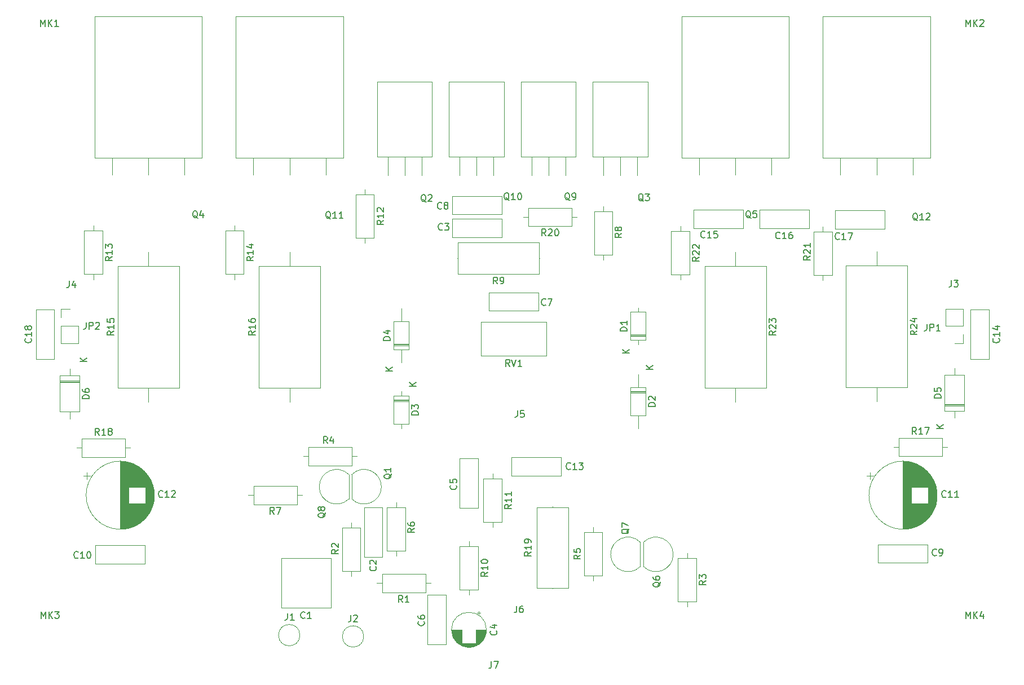
<source format=gbr>
G04 #@! TF.GenerationSoftware,KiCad,Pcbnew,(5.1.10-1-10_14)*
G04 #@! TF.CreationDate,2021-11-16T13:20:34+01:00*
G04 #@! TF.ProjectId,amp-mosfet-160w,616d702d-6d6f-4736-9665-742d31363077,rev?*
G04 #@! TF.SameCoordinates,Original*
G04 #@! TF.FileFunction,Legend,Top*
G04 #@! TF.FilePolarity,Positive*
%FSLAX46Y46*%
G04 Gerber Fmt 4.6, Leading zero omitted, Abs format (unit mm)*
G04 Created by KiCad (PCBNEW (5.1.10-1-10_14)) date 2021-11-16 13:20:34*
%MOMM*%
%LPD*%
G01*
G04 APERTURE LIST*
%ADD10C,0.120000*%
%ADD11C,0.150000*%
G04 APERTURE END LIST*
D10*
X63527000Y-81330000D02*
X66267000Y-81330000D01*
X63527000Y-88770000D02*
X66267000Y-88770000D01*
X66267000Y-88770000D02*
X66267000Y-81330000D01*
X63527000Y-88770000D02*
X63527000Y-81330000D01*
X206602000Y-88770000D02*
X203862000Y-88770000D01*
X206602000Y-81330000D02*
X203862000Y-81330000D01*
X203862000Y-81330000D02*
X203862000Y-88770000D01*
X206602000Y-81330000D02*
X206602000Y-88770000D01*
X130370000Y-83195000D02*
X140140000Y-83195000D01*
X130370000Y-88265000D02*
X140140000Y-88265000D01*
X130370000Y-83195000D02*
X130370000Y-88265000D01*
X140140000Y-83195000D02*
X140140000Y-88265000D01*
X194358000Y-74763500D02*
X185118000Y-74763500D01*
X185118000Y-74763500D02*
X185118000Y-93003500D01*
X185118000Y-93003500D02*
X194358000Y-93003500D01*
X194358000Y-93003500D02*
X194358000Y-74763500D01*
X189738000Y-72623500D02*
X189738000Y-74763500D01*
X189738000Y-95143500D02*
X189738000Y-93003500D01*
X173149000Y-74827000D02*
X163909000Y-74827000D01*
X163909000Y-74827000D02*
X163909000Y-93067000D01*
X163909000Y-93067000D02*
X173149000Y-93067000D01*
X173149000Y-93067000D02*
X173149000Y-74827000D01*
X168529000Y-72687000D02*
X168529000Y-74827000D01*
X168529000Y-95207000D02*
X168529000Y-93067000D01*
X161644000Y-69564500D02*
X158904000Y-69564500D01*
X158904000Y-69564500D02*
X158904000Y-76104500D01*
X158904000Y-76104500D02*
X161644000Y-76104500D01*
X161644000Y-76104500D02*
X161644000Y-69564500D01*
X160274000Y-68794500D02*
X160274000Y-69564500D01*
X160274000Y-76874500D02*
X160274000Y-76104500D01*
X183043500Y-69628000D02*
X180303500Y-69628000D01*
X180303500Y-69628000D02*
X180303500Y-76168000D01*
X180303500Y-76168000D02*
X183043500Y-76168000D01*
X183043500Y-76168000D02*
X183043500Y-69628000D01*
X181673500Y-68858000D02*
X181673500Y-69628000D01*
X181673500Y-76938000D02*
X181673500Y-76168000D01*
X143986000Y-68807000D02*
X143986000Y-66067000D01*
X143986000Y-66067000D02*
X137446000Y-66067000D01*
X137446000Y-66067000D02*
X137446000Y-68807000D01*
X137446000Y-68807000D02*
X143986000Y-68807000D01*
X144756000Y-67437000D02*
X143986000Y-67437000D01*
X136676000Y-67437000D02*
X137446000Y-67437000D01*
X143467000Y-111024000D02*
X138727000Y-111024000D01*
X138727000Y-111024000D02*
X138727000Y-123164000D01*
X138727000Y-123164000D02*
X143467000Y-123164000D01*
X143467000Y-123164000D02*
X143467000Y-111024000D01*
X141097000Y-110914000D02*
X141097000Y-111024000D01*
X141097000Y-123274000D02*
X141097000Y-123164000D01*
X70390000Y-100738000D02*
X70390000Y-103478000D01*
X70390000Y-103478000D02*
X76930000Y-103478000D01*
X76930000Y-103478000D02*
X76930000Y-100738000D01*
X76930000Y-100738000D02*
X70390000Y-100738000D01*
X69620000Y-102108000D02*
X70390000Y-102108000D01*
X77700000Y-102108000D02*
X76930000Y-102108000D01*
X193072000Y-100611000D02*
X193072000Y-103351000D01*
X193072000Y-103351000D02*
X199612000Y-103351000D01*
X199612000Y-103351000D02*
X199612000Y-100611000D01*
X199612000Y-100611000D02*
X193072000Y-100611000D01*
X192302000Y-101981000D02*
X193072000Y-101981000D01*
X200382000Y-101981000D02*
X199612000Y-101981000D01*
X96980000Y-93067000D02*
X106220000Y-93067000D01*
X106220000Y-93067000D02*
X106220000Y-74827000D01*
X106220000Y-74827000D02*
X96980000Y-74827000D01*
X96980000Y-74827000D02*
X96980000Y-93067000D01*
X101600000Y-95207000D02*
X101600000Y-93067000D01*
X101600000Y-72687000D02*
X101600000Y-74827000D01*
X75771000Y-93067000D02*
X85011000Y-93067000D01*
X85011000Y-93067000D02*
X85011000Y-74827000D01*
X85011000Y-74827000D02*
X75771000Y-74827000D01*
X75771000Y-74827000D02*
X75771000Y-93067000D01*
X80391000Y-95207000D02*
X80391000Y-93067000D01*
X80391000Y-72687000D02*
X80391000Y-74827000D01*
X94715000Y-69501000D02*
X91975000Y-69501000D01*
X91975000Y-69501000D02*
X91975000Y-76041000D01*
X91975000Y-76041000D02*
X94715000Y-76041000D01*
X94715000Y-76041000D02*
X94715000Y-69501000D01*
X93345000Y-68731000D02*
X93345000Y-69501000D01*
X93345000Y-76811000D02*
X93345000Y-76041000D01*
X73506000Y-69501000D02*
X70766000Y-69501000D01*
X70766000Y-69501000D02*
X70766000Y-76041000D01*
X70766000Y-76041000D02*
X73506000Y-76041000D01*
X73506000Y-76041000D02*
X73506000Y-69501000D01*
X72136000Y-68731000D02*
X72136000Y-69501000D01*
X72136000Y-76811000D02*
X72136000Y-76041000D01*
X114273000Y-64040000D02*
X111533000Y-64040000D01*
X111533000Y-64040000D02*
X111533000Y-70580000D01*
X111533000Y-70580000D02*
X114273000Y-70580000D01*
X114273000Y-70580000D02*
X114273000Y-64040000D01*
X112903000Y-63270000D02*
X112903000Y-64040000D01*
X112903000Y-71350000D02*
X112903000Y-70580000D01*
X133450000Y-106712000D02*
X130710000Y-106712000D01*
X130710000Y-106712000D02*
X130710000Y-113252000D01*
X130710000Y-113252000D02*
X133450000Y-113252000D01*
X133450000Y-113252000D02*
X133450000Y-106712000D01*
X132080000Y-105942000D02*
X132080000Y-106712000D01*
X132080000Y-114022000D02*
X132080000Y-113252000D01*
X129894000Y-116872000D02*
X127154000Y-116872000D01*
X127154000Y-116872000D02*
X127154000Y-123412000D01*
X127154000Y-123412000D02*
X129894000Y-123412000D01*
X129894000Y-123412000D02*
X129894000Y-116872000D01*
X128524000Y-116102000D02*
X128524000Y-116872000D01*
X128524000Y-124182000D02*
X128524000Y-123412000D01*
X139039000Y-76030000D02*
X139039000Y-71290000D01*
X139039000Y-71290000D02*
X126899000Y-71290000D01*
X126899000Y-71290000D02*
X126899000Y-76030000D01*
X126899000Y-76030000D02*
X139039000Y-76030000D01*
X139149000Y-73660000D02*
X139039000Y-73660000D01*
X126789000Y-73660000D02*
X126899000Y-73660000D01*
X147347000Y-73120000D02*
X150087000Y-73120000D01*
X150087000Y-73120000D02*
X150087000Y-66580000D01*
X150087000Y-66580000D02*
X147347000Y-66580000D01*
X147347000Y-66580000D02*
X147347000Y-73120000D01*
X148717000Y-73890000D02*
X148717000Y-73120000D01*
X148717000Y-65810000D02*
X148717000Y-66580000D01*
X102711000Y-110590000D02*
X102711000Y-107850000D01*
X102711000Y-107850000D02*
X96171000Y-107850000D01*
X96171000Y-107850000D02*
X96171000Y-110590000D01*
X96171000Y-110590000D02*
X102711000Y-110590000D01*
X103481000Y-109220000D02*
X102711000Y-109220000D01*
X95401000Y-109220000D02*
X96171000Y-109220000D01*
X116232000Y-117570000D02*
X118972000Y-117570000D01*
X118972000Y-117570000D02*
X118972000Y-111030000D01*
X118972000Y-111030000D02*
X116232000Y-111030000D01*
X116232000Y-111030000D02*
X116232000Y-117570000D01*
X117602000Y-118340000D02*
X117602000Y-117570000D01*
X117602000Y-110260000D02*
X117602000Y-111030000D01*
X145823000Y-121316500D02*
X148563000Y-121316500D01*
X148563000Y-121316500D02*
X148563000Y-114776500D01*
X148563000Y-114776500D02*
X145823000Y-114776500D01*
X145823000Y-114776500D02*
X145823000Y-121316500D01*
X147193000Y-122086500D02*
X147193000Y-121316500D01*
X147193000Y-114006500D02*
X147193000Y-114776500D01*
X110966000Y-104748000D02*
X110966000Y-102008000D01*
X110966000Y-102008000D02*
X104426000Y-102008000D01*
X104426000Y-102008000D02*
X104426000Y-104748000D01*
X104426000Y-104748000D02*
X110966000Y-104748000D01*
X111736000Y-103378000D02*
X110966000Y-103378000D01*
X103656000Y-103378000D02*
X104426000Y-103378000D01*
X162660000Y-118650000D02*
X159920000Y-118650000D01*
X159920000Y-118650000D02*
X159920000Y-125190000D01*
X159920000Y-125190000D02*
X162660000Y-125190000D01*
X162660000Y-125190000D02*
X162660000Y-118650000D01*
X161290000Y-117880000D02*
X161290000Y-118650000D01*
X161290000Y-125960000D02*
X161290000Y-125190000D01*
X112241000Y-114078000D02*
X109501000Y-114078000D01*
X109501000Y-114078000D02*
X109501000Y-120618000D01*
X109501000Y-120618000D02*
X112241000Y-120618000D01*
X112241000Y-120618000D02*
X112241000Y-114078000D01*
X110871000Y-113308000D02*
X110871000Y-114078000D01*
X110871000Y-121388000D02*
X110871000Y-120618000D01*
X115475000Y-121058000D02*
X115475000Y-123798000D01*
X115475000Y-123798000D02*
X122015000Y-123798000D01*
X122015000Y-123798000D02*
X122015000Y-121058000D01*
X122015000Y-121058000D02*
X115475000Y-121058000D01*
X114705000Y-122428000D02*
X115475000Y-122428000D01*
X122785000Y-122428000D02*
X122015000Y-122428000D01*
X181657000Y-58540000D02*
X197797000Y-58540000D01*
X181657000Y-37350000D02*
X197797000Y-37350000D01*
X181657000Y-37350000D02*
X181657000Y-58540000D01*
X197797000Y-37350000D02*
X197797000Y-58540000D01*
X184277000Y-58540000D02*
X184277000Y-61100000D01*
X189727000Y-58540000D02*
X189727000Y-61100000D01*
X195177000Y-58540000D02*
X195177000Y-61100000D01*
X93519000Y-58540000D02*
X109659000Y-58540000D01*
X93519000Y-37350000D02*
X109659000Y-37350000D01*
X93519000Y-37350000D02*
X93519000Y-58540000D01*
X109659000Y-37350000D02*
X109659000Y-58540000D01*
X96139000Y-58540000D02*
X96139000Y-61100000D01*
X101589000Y-58540000D02*
X101589000Y-61100000D01*
X107039000Y-58540000D02*
X107039000Y-61100000D01*
X125547000Y-58350000D02*
X133787000Y-58350000D01*
X125547000Y-47110000D02*
X133787000Y-47110000D01*
X125547000Y-47110000D02*
X125547000Y-58350000D01*
X133787000Y-47110000D02*
X133787000Y-58350000D01*
X127127000Y-58350000D02*
X127127000Y-61180000D01*
X129667000Y-58350000D02*
X129667000Y-61164000D01*
X132207000Y-58350000D02*
X132207000Y-61164000D01*
X136342000Y-58350000D02*
X144582000Y-58350000D01*
X136342000Y-47110000D02*
X144582000Y-47110000D01*
X136342000Y-47110000D02*
X136342000Y-58350000D01*
X144582000Y-47110000D02*
X144582000Y-58350000D01*
X137922000Y-58350000D02*
X137922000Y-61180000D01*
X140462000Y-58350000D02*
X140462000Y-61164000D01*
X143002000Y-58350000D02*
X143002000Y-61164000D01*
X110498500Y-109750000D02*
X110498500Y-106150000D01*
X110486978Y-106111522D02*
G75*
G03*
X106048500Y-107950000I-1838478J-1838478D01*
G01*
X110486978Y-109788478D02*
G75*
G02*
X106048500Y-107950000I-1838478J1838478D01*
G01*
X154250000Y-119910000D02*
X154250000Y-116310000D01*
X154238478Y-116271522D02*
G75*
G03*
X149800000Y-118110000I-1838478J-1838478D01*
G01*
X154238478Y-119948478D02*
G75*
G02*
X149800000Y-118110000I-1838478J1838478D01*
G01*
X154741000Y-116310000D02*
X154741000Y-119910000D01*
X154752522Y-119948478D02*
G75*
G03*
X159191000Y-118110000I1838478J1838478D01*
G01*
X154752522Y-116271522D02*
G75*
G02*
X159191000Y-118110000I1838478J-1838478D01*
G01*
X160448000Y-58540000D02*
X176588000Y-58540000D01*
X160448000Y-37350000D02*
X176588000Y-37350000D01*
X160448000Y-37350000D02*
X160448000Y-58540000D01*
X176588000Y-37350000D02*
X176588000Y-58540000D01*
X163068000Y-58540000D02*
X163068000Y-61100000D01*
X168518000Y-58540000D02*
X168518000Y-61100000D01*
X173968000Y-58540000D02*
X173968000Y-61100000D01*
X72310000Y-58540000D02*
X88450000Y-58540000D01*
X72310000Y-37350000D02*
X88450000Y-37350000D01*
X72310000Y-37350000D02*
X72310000Y-58540000D01*
X88450000Y-37350000D02*
X88450000Y-58540000D01*
X74930000Y-58540000D02*
X74930000Y-61100000D01*
X80380000Y-58540000D02*
X80380000Y-61100000D01*
X85830000Y-58540000D02*
X85830000Y-61100000D01*
X147137000Y-58350000D02*
X155377000Y-58350000D01*
X147137000Y-47110000D02*
X155377000Y-47110000D01*
X147137000Y-47110000D02*
X147137000Y-58350000D01*
X155377000Y-47110000D02*
X155377000Y-58350000D01*
X148717000Y-58350000D02*
X148717000Y-61180000D01*
X151257000Y-58350000D02*
X151257000Y-61164000D01*
X153797000Y-58350000D02*
X153797000Y-61164000D01*
X114752000Y-58350000D02*
X122992000Y-58350000D01*
X114752000Y-47110000D02*
X122992000Y-47110000D01*
X114752000Y-47110000D02*
X114752000Y-58350000D01*
X122992000Y-47110000D02*
X122992000Y-58350000D01*
X116332000Y-58350000D02*
X116332000Y-61180000D01*
X118872000Y-58350000D02*
X118872000Y-61164000D01*
X121412000Y-58350000D02*
X121412000Y-61164000D01*
X110926000Y-106150000D02*
X110926000Y-109750000D01*
X110937522Y-109788478D02*
G75*
G03*
X115376000Y-107950000I1838478J1838478D01*
G01*
X110937522Y-106111522D02*
G75*
G02*
X115376000Y-107950000I1838478J-1838478D01*
G01*
X67250000Y-86420000D02*
X69910000Y-86420000D01*
X67250000Y-83820000D02*
X67250000Y-86420000D01*
X69910000Y-83820000D02*
X69910000Y-86420000D01*
X67250000Y-83820000D02*
X69910000Y-83820000D01*
X67250000Y-82550000D02*
X67250000Y-81220000D01*
X67250000Y-81220000D02*
X68580000Y-81220000D01*
X202752000Y-81220000D02*
X200092000Y-81220000D01*
X202752000Y-83820000D02*
X202752000Y-81220000D01*
X200092000Y-83820000D02*
X200092000Y-81220000D01*
X202752000Y-83820000D02*
X200092000Y-83820000D01*
X202752000Y-85090000D02*
X202752000Y-86420000D01*
X202752000Y-86420000D02*
X201422000Y-86420000D01*
X112725781Y-130429000D02*
G75*
G03*
X112725781Y-130429000I-1600781J0D01*
G01*
X103137281Y-130238500D02*
G75*
G03*
X103137281Y-130238500I-1600781J0D01*
G01*
X70050000Y-91260000D02*
X67110000Y-91260000D01*
X67110000Y-91260000D02*
X67110000Y-96700000D01*
X67110000Y-96700000D02*
X70050000Y-96700000D01*
X70050000Y-96700000D02*
X70050000Y-91260000D01*
X68580000Y-90240000D02*
X68580000Y-91260000D01*
X68580000Y-97720000D02*
X68580000Y-96700000D01*
X70050000Y-92160000D02*
X67110000Y-92160000D01*
X70050000Y-92280000D02*
X67110000Y-92280000D01*
X70050000Y-92040000D02*
X67110000Y-92040000D01*
X199952000Y-96573000D02*
X202892000Y-96573000D01*
X202892000Y-96573000D02*
X202892000Y-91133000D01*
X202892000Y-91133000D02*
X199952000Y-91133000D01*
X199952000Y-91133000D02*
X199952000Y-96573000D01*
X201422000Y-97593000D02*
X201422000Y-96573000D01*
X201422000Y-90113000D02*
X201422000Y-91133000D01*
X199952000Y-95673000D02*
X202892000Y-95673000D01*
X199952000Y-95553000D02*
X202892000Y-95553000D01*
X199952000Y-95793000D02*
X202892000Y-95793000D01*
X117244000Y-87337000D02*
X119484000Y-87337000D01*
X119484000Y-87337000D02*
X119484000Y-83097000D01*
X119484000Y-83097000D02*
X117244000Y-83097000D01*
X117244000Y-83097000D02*
X117244000Y-87337000D01*
X118364000Y-89257000D02*
X118364000Y-87337000D01*
X118364000Y-81177000D02*
X118364000Y-83097000D01*
X117244000Y-86617000D02*
X119484000Y-86617000D01*
X117244000Y-86497000D02*
X119484000Y-86497000D01*
X117244000Y-86737000D02*
X119484000Y-86737000D01*
X119484000Y-94273000D02*
X117244000Y-94273000D01*
X117244000Y-94273000D02*
X117244000Y-98513000D01*
X117244000Y-98513000D02*
X119484000Y-98513000D01*
X119484000Y-98513000D02*
X119484000Y-94273000D01*
X118364000Y-93623000D02*
X118364000Y-94273000D01*
X118364000Y-99163000D02*
X118364000Y-98513000D01*
X119484000Y-94993000D02*
X117244000Y-94993000D01*
X119484000Y-95113000D02*
X117244000Y-95113000D01*
X119484000Y-94873000D02*
X117244000Y-94873000D01*
X155044000Y-93003000D02*
X152804000Y-93003000D01*
X152804000Y-93003000D02*
X152804000Y-97243000D01*
X152804000Y-97243000D02*
X155044000Y-97243000D01*
X155044000Y-97243000D02*
X155044000Y-93003000D01*
X153924000Y-91083000D02*
X153924000Y-93003000D01*
X153924000Y-99163000D02*
X153924000Y-97243000D01*
X155044000Y-93723000D02*
X152804000Y-93723000D01*
X155044000Y-93843000D02*
X152804000Y-93843000D01*
X155044000Y-93603000D02*
X152804000Y-93603000D01*
X152804000Y-85940000D02*
X155044000Y-85940000D01*
X155044000Y-85940000D02*
X155044000Y-81700000D01*
X155044000Y-81700000D02*
X152804000Y-81700000D01*
X152804000Y-81700000D02*
X152804000Y-85940000D01*
X153924000Y-86590000D02*
X153924000Y-85940000D01*
X153924000Y-81050000D02*
X153924000Y-81700000D01*
X152804000Y-85220000D02*
X155044000Y-85220000D01*
X152804000Y-85100000D02*
X155044000Y-85100000D01*
X152804000Y-85340000D02*
X155044000Y-85340000D01*
X190958000Y-69188000D02*
X183518000Y-69188000D01*
X190958000Y-66448000D02*
X183518000Y-66448000D01*
X190958000Y-69188000D02*
X190958000Y-66448000D01*
X183518000Y-69188000D02*
X183518000Y-66448000D01*
X179575000Y-69124500D02*
X172135000Y-69124500D01*
X179575000Y-66384500D02*
X172135000Y-66384500D01*
X179575000Y-69124500D02*
X179575000Y-66384500D01*
X172135000Y-69124500D02*
X172135000Y-66384500D01*
X169685500Y-69124500D02*
X162245500Y-69124500D01*
X169685500Y-66384500D02*
X162245500Y-66384500D01*
X169685500Y-69124500D02*
X169685500Y-66384500D01*
X162245500Y-69124500D02*
X162245500Y-66384500D01*
X134924000Y-103532000D02*
X142364000Y-103532000D01*
X134924000Y-106272000D02*
X142364000Y-106272000D01*
X134924000Y-103532000D02*
X134924000Y-106272000D01*
X142364000Y-103532000D02*
X142364000Y-106272000D01*
X81280000Y-109220000D02*
G75*
G03*
X81280000Y-109220000I-5120000J0D01*
G01*
X76160000Y-104140000D02*
X76160000Y-114300000D01*
X76200000Y-104140000D02*
X76200000Y-114300000D01*
X76240000Y-104140000D02*
X76240000Y-114300000D01*
X76280000Y-104141000D02*
X76280000Y-114299000D01*
X76320000Y-104142000D02*
X76320000Y-114298000D01*
X76360000Y-104143000D02*
X76360000Y-114297000D01*
X76400000Y-104145000D02*
X76400000Y-114295000D01*
X76440000Y-104147000D02*
X76440000Y-114293000D01*
X76480000Y-104150000D02*
X76480000Y-114290000D01*
X76520000Y-104152000D02*
X76520000Y-114288000D01*
X76560000Y-104155000D02*
X76560000Y-114285000D01*
X76600000Y-104158000D02*
X76600000Y-114282000D01*
X76640000Y-104162000D02*
X76640000Y-114278000D01*
X76680000Y-104166000D02*
X76680000Y-114274000D01*
X76720000Y-104170000D02*
X76720000Y-114270000D01*
X76760000Y-104175000D02*
X76760000Y-114265000D01*
X76800000Y-104180000D02*
X76800000Y-114260000D01*
X76840000Y-104185000D02*
X76840000Y-114255000D01*
X76881000Y-104190000D02*
X76881000Y-114250000D01*
X76921000Y-104196000D02*
X76921000Y-114244000D01*
X76961000Y-104202000D02*
X76961000Y-114238000D01*
X77001000Y-104209000D02*
X77001000Y-114231000D01*
X77041000Y-104216000D02*
X77041000Y-114224000D01*
X77081000Y-104223000D02*
X77081000Y-114217000D01*
X77121000Y-104230000D02*
X77121000Y-114210000D01*
X77161000Y-104238000D02*
X77161000Y-114202000D01*
X77201000Y-104246000D02*
X77201000Y-114194000D01*
X77241000Y-104255000D02*
X77241000Y-114185000D01*
X77281000Y-104264000D02*
X77281000Y-114176000D01*
X77321000Y-104273000D02*
X77321000Y-114167000D01*
X77361000Y-104282000D02*
X77361000Y-114158000D01*
X77401000Y-104292000D02*
X77401000Y-114148000D01*
X77441000Y-104302000D02*
X77441000Y-107979000D01*
X77441000Y-110461000D02*
X77441000Y-114138000D01*
X77481000Y-104313000D02*
X77481000Y-107979000D01*
X77481000Y-110461000D02*
X77481000Y-114127000D01*
X77521000Y-104323000D02*
X77521000Y-107979000D01*
X77521000Y-110461000D02*
X77521000Y-114117000D01*
X77561000Y-104335000D02*
X77561000Y-107979000D01*
X77561000Y-110461000D02*
X77561000Y-114105000D01*
X77601000Y-104346000D02*
X77601000Y-107979000D01*
X77601000Y-110461000D02*
X77601000Y-114094000D01*
X77641000Y-104358000D02*
X77641000Y-107979000D01*
X77641000Y-110461000D02*
X77641000Y-114082000D01*
X77681000Y-104370000D02*
X77681000Y-107979000D01*
X77681000Y-110461000D02*
X77681000Y-114070000D01*
X77721000Y-104383000D02*
X77721000Y-107979000D01*
X77721000Y-110461000D02*
X77721000Y-114057000D01*
X77761000Y-104396000D02*
X77761000Y-107979000D01*
X77761000Y-110461000D02*
X77761000Y-114044000D01*
X77801000Y-104409000D02*
X77801000Y-107979000D01*
X77801000Y-110461000D02*
X77801000Y-114031000D01*
X77841000Y-104423000D02*
X77841000Y-107979000D01*
X77841000Y-110461000D02*
X77841000Y-114017000D01*
X77881000Y-104437000D02*
X77881000Y-107979000D01*
X77881000Y-110461000D02*
X77881000Y-114003000D01*
X77921000Y-104452000D02*
X77921000Y-107979000D01*
X77921000Y-110461000D02*
X77921000Y-113988000D01*
X77961000Y-104466000D02*
X77961000Y-107979000D01*
X77961000Y-110461000D02*
X77961000Y-113974000D01*
X78001000Y-104482000D02*
X78001000Y-107979000D01*
X78001000Y-110461000D02*
X78001000Y-113958000D01*
X78041000Y-104497000D02*
X78041000Y-107979000D01*
X78041000Y-110461000D02*
X78041000Y-113943000D01*
X78081000Y-104513000D02*
X78081000Y-107979000D01*
X78081000Y-110461000D02*
X78081000Y-113927000D01*
X78121000Y-104530000D02*
X78121000Y-107979000D01*
X78121000Y-110461000D02*
X78121000Y-113910000D01*
X78161000Y-104546000D02*
X78161000Y-107979000D01*
X78161000Y-110461000D02*
X78161000Y-113894000D01*
X78201000Y-104563000D02*
X78201000Y-107979000D01*
X78201000Y-110461000D02*
X78201000Y-113877000D01*
X78241000Y-104581000D02*
X78241000Y-107979000D01*
X78241000Y-110461000D02*
X78241000Y-113859000D01*
X78281000Y-104599000D02*
X78281000Y-107979000D01*
X78281000Y-110461000D02*
X78281000Y-113841000D01*
X78321000Y-104617000D02*
X78321000Y-107979000D01*
X78321000Y-110461000D02*
X78321000Y-113823000D01*
X78361000Y-104636000D02*
X78361000Y-107979000D01*
X78361000Y-110461000D02*
X78361000Y-113804000D01*
X78401000Y-104656000D02*
X78401000Y-107979000D01*
X78401000Y-110461000D02*
X78401000Y-113784000D01*
X78441000Y-104675000D02*
X78441000Y-107979000D01*
X78441000Y-110461000D02*
X78441000Y-113765000D01*
X78481000Y-104695000D02*
X78481000Y-107979000D01*
X78481000Y-110461000D02*
X78481000Y-113745000D01*
X78521000Y-104716000D02*
X78521000Y-107979000D01*
X78521000Y-110461000D02*
X78521000Y-113724000D01*
X78561000Y-104737000D02*
X78561000Y-107979000D01*
X78561000Y-110461000D02*
X78561000Y-113703000D01*
X78601000Y-104758000D02*
X78601000Y-107979000D01*
X78601000Y-110461000D02*
X78601000Y-113682000D01*
X78641000Y-104780000D02*
X78641000Y-107979000D01*
X78641000Y-110461000D02*
X78641000Y-113660000D01*
X78681000Y-104803000D02*
X78681000Y-107979000D01*
X78681000Y-110461000D02*
X78681000Y-113637000D01*
X78721000Y-104825000D02*
X78721000Y-107979000D01*
X78721000Y-110461000D02*
X78721000Y-113615000D01*
X78761000Y-104849000D02*
X78761000Y-107979000D01*
X78761000Y-110461000D02*
X78761000Y-113591000D01*
X78801000Y-104873000D02*
X78801000Y-107979000D01*
X78801000Y-110461000D02*
X78801000Y-113567000D01*
X78841000Y-104897000D02*
X78841000Y-107979000D01*
X78841000Y-110461000D02*
X78841000Y-113543000D01*
X78881000Y-104922000D02*
X78881000Y-107979000D01*
X78881000Y-110461000D02*
X78881000Y-113518000D01*
X78921000Y-104947000D02*
X78921000Y-107979000D01*
X78921000Y-110461000D02*
X78921000Y-113493000D01*
X78961000Y-104973000D02*
X78961000Y-107979000D01*
X78961000Y-110461000D02*
X78961000Y-113467000D01*
X79001000Y-104999000D02*
X79001000Y-107979000D01*
X79001000Y-110461000D02*
X79001000Y-113441000D01*
X79041000Y-105026000D02*
X79041000Y-107979000D01*
X79041000Y-110461000D02*
X79041000Y-113414000D01*
X79081000Y-105054000D02*
X79081000Y-107979000D01*
X79081000Y-110461000D02*
X79081000Y-113386000D01*
X79121000Y-105082000D02*
X79121000Y-107979000D01*
X79121000Y-110461000D02*
X79121000Y-113358000D01*
X79161000Y-105110000D02*
X79161000Y-107979000D01*
X79161000Y-110461000D02*
X79161000Y-113330000D01*
X79201000Y-105140000D02*
X79201000Y-107979000D01*
X79201000Y-110461000D02*
X79201000Y-113300000D01*
X79241000Y-105170000D02*
X79241000Y-107979000D01*
X79241000Y-110461000D02*
X79241000Y-113270000D01*
X79281000Y-105200000D02*
X79281000Y-107979000D01*
X79281000Y-110461000D02*
X79281000Y-113240000D01*
X79321000Y-105231000D02*
X79321000Y-107979000D01*
X79321000Y-110461000D02*
X79321000Y-113209000D01*
X79361000Y-105263000D02*
X79361000Y-107979000D01*
X79361000Y-110461000D02*
X79361000Y-113177000D01*
X79401000Y-105295000D02*
X79401000Y-107979000D01*
X79401000Y-110461000D02*
X79401000Y-113145000D01*
X79441000Y-105328000D02*
X79441000Y-107979000D01*
X79441000Y-110461000D02*
X79441000Y-113112000D01*
X79481000Y-105362000D02*
X79481000Y-107979000D01*
X79481000Y-110461000D02*
X79481000Y-113078000D01*
X79521000Y-105396000D02*
X79521000Y-107979000D01*
X79521000Y-110461000D02*
X79521000Y-113044000D01*
X79561000Y-105431000D02*
X79561000Y-107979000D01*
X79561000Y-110461000D02*
X79561000Y-113009000D01*
X79601000Y-105467000D02*
X79601000Y-107979000D01*
X79601000Y-110461000D02*
X79601000Y-112973000D01*
X79641000Y-105504000D02*
X79641000Y-107979000D01*
X79641000Y-110461000D02*
X79641000Y-112936000D01*
X79681000Y-105541000D02*
X79681000Y-107979000D01*
X79681000Y-110461000D02*
X79681000Y-112899000D01*
X79721000Y-105580000D02*
X79721000Y-107979000D01*
X79721000Y-110461000D02*
X79721000Y-112860000D01*
X79761000Y-105619000D02*
X79761000Y-107979000D01*
X79761000Y-110461000D02*
X79761000Y-112821000D01*
X79801000Y-105659000D02*
X79801000Y-107979000D01*
X79801000Y-110461000D02*
X79801000Y-112781000D01*
X79841000Y-105700000D02*
X79841000Y-107979000D01*
X79841000Y-110461000D02*
X79841000Y-112740000D01*
X79881000Y-105742000D02*
X79881000Y-107979000D01*
X79881000Y-110461000D02*
X79881000Y-112698000D01*
X79921000Y-105784000D02*
X79921000Y-112656000D01*
X79961000Y-105828000D02*
X79961000Y-112612000D01*
X80001000Y-105873000D02*
X80001000Y-112567000D01*
X80041000Y-105919000D02*
X80041000Y-112521000D01*
X80081000Y-105966000D02*
X80081000Y-112474000D01*
X80121000Y-106014000D02*
X80121000Y-112426000D01*
X80161000Y-106064000D02*
X80161000Y-112376000D01*
X80201000Y-106114000D02*
X80201000Y-112326000D01*
X80241000Y-106166000D02*
X80241000Y-112274000D01*
X80281000Y-106220000D02*
X80281000Y-112220000D01*
X80321000Y-106275000D02*
X80321000Y-112165000D01*
X80361000Y-106331000D02*
X80361000Y-112109000D01*
X80401000Y-106390000D02*
X80401000Y-112050000D01*
X80441000Y-106450000D02*
X80441000Y-111990000D01*
X80481000Y-106511000D02*
X80481000Y-111929000D01*
X80521000Y-106575000D02*
X80521000Y-111865000D01*
X80561000Y-106641000D02*
X80561000Y-111799000D01*
X80601000Y-106710000D02*
X80601000Y-111730000D01*
X80641000Y-106781000D02*
X80641000Y-111659000D01*
X80681000Y-106855000D02*
X80681000Y-111585000D01*
X80721000Y-106931000D02*
X80721000Y-111509000D01*
X80761000Y-107011000D02*
X80761000Y-111429000D01*
X80801000Y-107095000D02*
X80801000Y-111345000D01*
X80841000Y-107183000D02*
X80841000Y-111257000D01*
X80881000Y-107276000D02*
X80881000Y-111164000D01*
X80921000Y-107374000D02*
X80921000Y-111066000D01*
X80961000Y-107478000D02*
X80961000Y-110962000D01*
X81001000Y-107590000D02*
X81001000Y-110850000D01*
X81041000Y-107710000D02*
X81041000Y-110730000D01*
X81081000Y-107842000D02*
X81081000Y-110598000D01*
X81121000Y-107990000D02*
X81121000Y-110450000D01*
X81161000Y-108158000D02*
X81161000Y-110282000D01*
X81201000Y-108358000D02*
X81201000Y-110082000D01*
X81241000Y-108621000D02*
X81241000Y-109819000D01*
X70680354Y-106345000D02*
X71680354Y-106345000D01*
X71180354Y-105845000D02*
X71180354Y-106845000D01*
X198818500Y-109220000D02*
G75*
G03*
X198818500Y-109220000I-5120000J0D01*
G01*
X193698500Y-104140000D02*
X193698500Y-114300000D01*
X193738500Y-104140000D02*
X193738500Y-114300000D01*
X193778500Y-104140000D02*
X193778500Y-114300000D01*
X193818500Y-104141000D02*
X193818500Y-114299000D01*
X193858500Y-104142000D02*
X193858500Y-114298000D01*
X193898500Y-104143000D02*
X193898500Y-114297000D01*
X193938500Y-104145000D02*
X193938500Y-114295000D01*
X193978500Y-104147000D02*
X193978500Y-114293000D01*
X194018500Y-104150000D02*
X194018500Y-114290000D01*
X194058500Y-104152000D02*
X194058500Y-114288000D01*
X194098500Y-104155000D02*
X194098500Y-114285000D01*
X194138500Y-104158000D02*
X194138500Y-114282000D01*
X194178500Y-104162000D02*
X194178500Y-114278000D01*
X194218500Y-104166000D02*
X194218500Y-114274000D01*
X194258500Y-104170000D02*
X194258500Y-114270000D01*
X194298500Y-104175000D02*
X194298500Y-114265000D01*
X194338500Y-104180000D02*
X194338500Y-114260000D01*
X194378500Y-104185000D02*
X194378500Y-114255000D01*
X194419500Y-104190000D02*
X194419500Y-114250000D01*
X194459500Y-104196000D02*
X194459500Y-114244000D01*
X194499500Y-104202000D02*
X194499500Y-114238000D01*
X194539500Y-104209000D02*
X194539500Y-114231000D01*
X194579500Y-104216000D02*
X194579500Y-114224000D01*
X194619500Y-104223000D02*
X194619500Y-114217000D01*
X194659500Y-104230000D02*
X194659500Y-114210000D01*
X194699500Y-104238000D02*
X194699500Y-114202000D01*
X194739500Y-104246000D02*
X194739500Y-114194000D01*
X194779500Y-104255000D02*
X194779500Y-114185000D01*
X194819500Y-104264000D02*
X194819500Y-114176000D01*
X194859500Y-104273000D02*
X194859500Y-114167000D01*
X194899500Y-104282000D02*
X194899500Y-114158000D01*
X194939500Y-104292000D02*
X194939500Y-114148000D01*
X194979500Y-104302000D02*
X194979500Y-107979000D01*
X194979500Y-110461000D02*
X194979500Y-114138000D01*
X195019500Y-104313000D02*
X195019500Y-107979000D01*
X195019500Y-110461000D02*
X195019500Y-114127000D01*
X195059500Y-104323000D02*
X195059500Y-107979000D01*
X195059500Y-110461000D02*
X195059500Y-114117000D01*
X195099500Y-104335000D02*
X195099500Y-107979000D01*
X195099500Y-110461000D02*
X195099500Y-114105000D01*
X195139500Y-104346000D02*
X195139500Y-107979000D01*
X195139500Y-110461000D02*
X195139500Y-114094000D01*
X195179500Y-104358000D02*
X195179500Y-107979000D01*
X195179500Y-110461000D02*
X195179500Y-114082000D01*
X195219500Y-104370000D02*
X195219500Y-107979000D01*
X195219500Y-110461000D02*
X195219500Y-114070000D01*
X195259500Y-104383000D02*
X195259500Y-107979000D01*
X195259500Y-110461000D02*
X195259500Y-114057000D01*
X195299500Y-104396000D02*
X195299500Y-107979000D01*
X195299500Y-110461000D02*
X195299500Y-114044000D01*
X195339500Y-104409000D02*
X195339500Y-107979000D01*
X195339500Y-110461000D02*
X195339500Y-114031000D01*
X195379500Y-104423000D02*
X195379500Y-107979000D01*
X195379500Y-110461000D02*
X195379500Y-114017000D01*
X195419500Y-104437000D02*
X195419500Y-107979000D01*
X195419500Y-110461000D02*
X195419500Y-114003000D01*
X195459500Y-104452000D02*
X195459500Y-107979000D01*
X195459500Y-110461000D02*
X195459500Y-113988000D01*
X195499500Y-104466000D02*
X195499500Y-107979000D01*
X195499500Y-110461000D02*
X195499500Y-113974000D01*
X195539500Y-104482000D02*
X195539500Y-107979000D01*
X195539500Y-110461000D02*
X195539500Y-113958000D01*
X195579500Y-104497000D02*
X195579500Y-107979000D01*
X195579500Y-110461000D02*
X195579500Y-113943000D01*
X195619500Y-104513000D02*
X195619500Y-107979000D01*
X195619500Y-110461000D02*
X195619500Y-113927000D01*
X195659500Y-104530000D02*
X195659500Y-107979000D01*
X195659500Y-110461000D02*
X195659500Y-113910000D01*
X195699500Y-104546000D02*
X195699500Y-107979000D01*
X195699500Y-110461000D02*
X195699500Y-113894000D01*
X195739500Y-104563000D02*
X195739500Y-107979000D01*
X195739500Y-110461000D02*
X195739500Y-113877000D01*
X195779500Y-104581000D02*
X195779500Y-107979000D01*
X195779500Y-110461000D02*
X195779500Y-113859000D01*
X195819500Y-104599000D02*
X195819500Y-107979000D01*
X195819500Y-110461000D02*
X195819500Y-113841000D01*
X195859500Y-104617000D02*
X195859500Y-107979000D01*
X195859500Y-110461000D02*
X195859500Y-113823000D01*
X195899500Y-104636000D02*
X195899500Y-107979000D01*
X195899500Y-110461000D02*
X195899500Y-113804000D01*
X195939500Y-104656000D02*
X195939500Y-107979000D01*
X195939500Y-110461000D02*
X195939500Y-113784000D01*
X195979500Y-104675000D02*
X195979500Y-107979000D01*
X195979500Y-110461000D02*
X195979500Y-113765000D01*
X196019500Y-104695000D02*
X196019500Y-107979000D01*
X196019500Y-110461000D02*
X196019500Y-113745000D01*
X196059500Y-104716000D02*
X196059500Y-107979000D01*
X196059500Y-110461000D02*
X196059500Y-113724000D01*
X196099500Y-104737000D02*
X196099500Y-107979000D01*
X196099500Y-110461000D02*
X196099500Y-113703000D01*
X196139500Y-104758000D02*
X196139500Y-107979000D01*
X196139500Y-110461000D02*
X196139500Y-113682000D01*
X196179500Y-104780000D02*
X196179500Y-107979000D01*
X196179500Y-110461000D02*
X196179500Y-113660000D01*
X196219500Y-104803000D02*
X196219500Y-107979000D01*
X196219500Y-110461000D02*
X196219500Y-113637000D01*
X196259500Y-104825000D02*
X196259500Y-107979000D01*
X196259500Y-110461000D02*
X196259500Y-113615000D01*
X196299500Y-104849000D02*
X196299500Y-107979000D01*
X196299500Y-110461000D02*
X196299500Y-113591000D01*
X196339500Y-104873000D02*
X196339500Y-107979000D01*
X196339500Y-110461000D02*
X196339500Y-113567000D01*
X196379500Y-104897000D02*
X196379500Y-107979000D01*
X196379500Y-110461000D02*
X196379500Y-113543000D01*
X196419500Y-104922000D02*
X196419500Y-107979000D01*
X196419500Y-110461000D02*
X196419500Y-113518000D01*
X196459500Y-104947000D02*
X196459500Y-107979000D01*
X196459500Y-110461000D02*
X196459500Y-113493000D01*
X196499500Y-104973000D02*
X196499500Y-107979000D01*
X196499500Y-110461000D02*
X196499500Y-113467000D01*
X196539500Y-104999000D02*
X196539500Y-107979000D01*
X196539500Y-110461000D02*
X196539500Y-113441000D01*
X196579500Y-105026000D02*
X196579500Y-107979000D01*
X196579500Y-110461000D02*
X196579500Y-113414000D01*
X196619500Y-105054000D02*
X196619500Y-107979000D01*
X196619500Y-110461000D02*
X196619500Y-113386000D01*
X196659500Y-105082000D02*
X196659500Y-107979000D01*
X196659500Y-110461000D02*
X196659500Y-113358000D01*
X196699500Y-105110000D02*
X196699500Y-107979000D01*
X196699500Y-110461000D02*
X196699500Y-113330000D01*
X196739500Y-105140000D02*
X196739500Y-107979000D01*
X196739500Y-110461000D02*
X196739500Y-113300000D01*
X196779500Y-105170000D02*
X196779500Y-107979000D01*
X196779500Y-110461000D02*
X196779500Y-113270000D01*
X196819500Y-105200000D02*
X196819500Y-107979000D01*
X196819500Y-110461000D02*
X196819500Y-113240000D01*
X196859500Y-105231000D02*
X196859500Y-107979000D01*
X196859500Y-110461000D02*
X196859500Y-113209000D01*
X196899500Y-105263000D02*
X196899500Y-107979000D01*
X196899500Y-110461000D02*
X196899500Y-113177000D01*
X196939500Y-105295000D02*
X196939500Y-107979000D01*
X196939500Y-110461000D02*
X196939500Y-113145000D01*
X196979500Y-105328000D02*
X196979500Y-107979000D01*
X196979500Y-110461000D02*
X196979500Y-113112000D01*
X197019500Y-105362000D02*
X197019500Y-107979000D01*
X197019500Y-110461000D02*
X197019500Y-113078000D01*
X197059500Y-105396000D02*
X197059500Y-107979000D01*
X197059500Y-110461000D02*
X197059500Y-113044000D01*
X197099500Y-105431000D02*
X197099500Y-107979000D01*
X197099500Y-110461000D02*
X197099500Y-113009000D01*
X197139500Y-105467000D02*
X197139500Y-107979000D01*
X197139500Y-110461000D02*
X197139500Y-112973000D01*
X197179500Y-105504000D02*
X197179500Y-107979000D01*
X197179500Y-110461000D02*
X197179500Y-112936000D01*
X197219500Y-105541000D02*
X197219500Y-107979000D01*
X197219500Y-110461000D02*
X197219500Y-112899000D01*
X197259500Y-105580000D02*
X197259500Y-107979000D01*
X197259500Y-110461000D02*
X197259500Y-112860000D01*
X197299500Y-105619000D02*
X197299500Y-107979000D01*
X197299500Y-110461000D02*
X197299500Y-112821000D01*
X197339500Y-105659000D02*
X197339500Y-107979000D01*
X197339500Y-110461000D02*
X197339500Y-112781000D01*
X197379500Y-105700000D02*
X197379500Y-107979000D01*
X197379500Y-110461000D02*
X197379500Y-112740000D01*
X197419500Y-105742000D02*
X197419500Y-107979000D01*
X197419500Y-110461000D02*
X197419500Y-112698000D01*
X197459500Y-105784000D02*
X197459500Y-112656000D01*
X197499500Y-105828000D02*
X197499500Y-112612000D01*
X197539500Y-105873000D02*
X197539500Y-112567000D01*
X197579500Y-105919000D02*
X197579500Y-112521000D01*
X197619500Y-105966000D02*
X197619500Y-112474000D01*
X197659500Y-106014000D02*
X197659500Y-112426000D01*
X197699500Y-106064000D02*
X197699500Y-112376000D01*
X197739500Y-106114000D02*
X197739500Y-112326000D01*
X197779500Y-106166000D02*
X197779500Y-112274000D01*
X197819500Y-106220000D02*
X197819500Y-112220000D01*
X197859500Y-106275000D02*
X197859500Y-112165000D01*
X197899500Y-106331000D02*
X197899500Y-112109000D01*
X197939500Y-106390000D02*
X197939500Y-112050000D01*
X197979500Y-106450000D02*
X197979500Y-111990000D01*
X198019500Y-106511000D02*
X198019500Y-111929000D01*
X198059500Y-106575000D02*
X198059500Y-111865000D01*
X198099500Y-106641000D02*
X198099500Y-111799000D01*
X198139500Y-106710000D02*
X198139500Y-111730000D01*
X198179500Y-106781000D02*
X198179500Y-111659000D01*
X198219500Y-106855000D02*
X198219500Y-111585000D01*
X198259500Y-106931000D02*
X198259500Y-111509000D01*
X198299500Y-107011000D02*
X198299500Y-111429000D01*
X198339500Y-107095000D02*
X198339500Y-111345000D01*
X198379500Y-107183000D02*
X198379500Y-111257000D01*
X198419500Y-107276000D02*
X198419500Y-111164000D01*
X198459500Y-107374000D02*
X198459500Y-111066000D01*
X198499500Y-107478000D02*
X198499500Y-110962000D01*
X198539500Y-107590000D02*
X198539500Y-110850000D01*
X198579500Y-107710000D02*
X198579500Y-110730000D01*
X198619500Y-107842000D02*
X198619500Y-110598000D01*
X198659500Y-107990000D02*
X198659500Y-110450000D01*
X198699500Y-108158000D02*
X198699500Y-110282000D01*
X198739500Y-108358000D02*
X198739500Y-110082000D01*
X198779500Y-108621000D02*
X198779500Y-109819000D01*
X188218854Y-106345000D02*
X189218854Y-106345000D01*
X188718854Y-105845000D02*
X188718854Y-106845000D01*
X72440000Y-116740000D02*
X79880000Y-116740000D01*
X72440000Y-119480000D02*
X79880000Y-119480000D01*
X72440000Y-116740000D02*
X72440000Y-119480000D01*
X79880000Y-116740000D02*
X79880000Y-119480000D01*
X189978500Y-116613000D02*
X197418500Y-116613000D01*
X189978500Y-119353000D02*
X197418500Y-119353000D01*
X189978500Y-116613000D02*
X189978500Y-119353000D01*
X197418500Y-116613000D02*
X197418500Y-119353000D01*
X133474000Y-67029000D02*
X126034000Y-67029000D01*
X133474000Y-64289000D02*
X126034000Y-64289000D01*
X133474000Y-67029000D02*
X133474000Y-64289000D01*
X126034000Y-67029000D02*
X126034000Y-64289000D01*
X131495000Y-78767000D02*
X138935000Y-78767000D01*
X131495000Y-81507000D02*
X138935000Y-81507000D01*
X131495000Y-78767000D02*
X131495000Y-81507000D01*
X138935000Y-78767000D02*
X138935000Y-81507000D01*
X125068000Y-124192500D02*
X125068000Y-131632500D01*
X122328000Y-124192500D02*
X122328000Y-131632500D01*
X125068000Y-124192500D02*
X122328000Y-124192500D01*
X125068000Y-131632500D02*
X122328000Y-131632500D01*
X129894000Y-103682000D02*
X129894000Y-111122000D01*
X127154000Y-103682000D02*
X127154000Y-111122000D01*
X129894000Y-103682000D02*
X127154000Y-103682000D01*
X129894000Y-111122000D02*
X127154000Y-111122000D01*
X131144000Y-129429000D02*
G75*
G03*
X131144000Y-129429000I-2620000J0D01*
G01*
X127484000Y-129429000D02*
X125944000Y-129429000D01*
X131104000Y-129429000D02*
X129564000Y-129429000D01*
X127484000Y-129469000D02*
X125944000Y-129469000D01*
X131104000Y-129469000D02*
X129564000Y-129469000D01*
X131103000Y-129509000D02*
X129564000Y-129509000D01*
X127484000Y-129509000D02*
X125945000Y-129509000D01*
X131102000Y-129549000D02*
X129564000Y-129549000D01*
X127484000Y-129549000D02*
X125946000Y-129549000D01*
X131100000Y-129589000D02*
X129564000Y-129589000D01*
X127484000Y-129589000D02*
X125948000Y-129589000D01*
X131097000Y-129629000D02*
X129564000Y-129629000D01*
X127484000Y-129629000D02*
X125951000Y-129629000D01*
X131093000Y-129669000D02*
X129564000Y-129669000D01*
X127484000Y-129669000D02*
X125955000Y-129669000D01*
X131089000Y-129709000D02*
X129564000Y-129709000D01*
X127484000Y-129709000D02*
X125959000Y-129709000D01*
X131085000Y-129749000D02*
X129564000Y-129749000D01*
X127484000Y-129749000D02*
X125963000Y-129749000D01*
X131080000Y-129789000D02*
X129564000Y-129789000D01*
X127484000Y-129789000D02*
X125968000Y-129789000D01*
X131074000Y-129829000D02*
X129564000Y-129829000D01*
X127484000Y-129829000D02*
X125974000Y-129829000D01*
X131067000Y-129869000D02*
X129564000Y-129869000D01*
X127484000Y-129869000D02*
X125981000Y-129869000D01*
X131060000Y-129909000D02*
X129564000Y-129909000D01*
X127484000Y-129909000D02*
X125988000Y-129909000D01*
X131052000Y-129949000D02*
X129564000Y-129949000D01*
X127484000Y-129949000D02*
X125996000Y-129949000D01*
X131044000Y-129989000D02*
X129564000Y-129989000D01*
X127484000Y-129989000D02*
X126004000Y-129989000D01*
X131035000Y-130029000D02*
X129564000Y-130029000D01*
X127484000Y-130029000D02*
X126013000Y-130029000D01*
X131025000Y-130069000D02*
X129564000Y-130069000D01*
X127484000Y-130069000D02*
X126023000Y-130069000D01*
X131015000Y-130109000D02*
X129564000Y-130109000D01*
X127484000Y-130109000D02*
X126033000Y-130109000D01*
X131004000Y-130150000D02*
X129564000Y-130150000D01*
X127484000Y-130150000D02*
X126044000Y-130150000D01*
X130992000Y-130190000D02*
X129564000Y-130190000D01*
X127484000Y-130190000D02*
X126056000Y-130190000D01*
X130979000Y-130230000D02*
X129564000Y-130230000D01*
X127484000Y-130230000D02*
X126069000Y-130230000D01*
X130966000Y-130270000D02*
X129564000Y-130270000D01*
X127484000Y-130270000D02*
X126082000Y-130270000D01*
X130952000Y-130310000D02*
X129564000Y-130310000D01*
X127484000Y-130310000D02*
X126096000Y-130310000D01*
X130938000Y-130350000D02*
X129564000Y-130350000D01*
X127484000Y-130350000D02*
X126110000Y-130350000D01*
X130922000Y-130390000D02*
X129564000Y-130390000D01*
X127484000Y-130390000D02*
X126126000Y-130390000D01*
X130906000Y-130430000D02*
X129564000Y-130430000D01*
X127484000Y-130430000D02*
X126142000Y-130430000D01*
X130889000Y-130470000D02*
X129564000Y-130470000D01*
X127484000Y-130470000D02*
X126159000Y-130470000D01*
X130872000Y-130510000D02*
X129564000Y-130510000D01*
X127484000Y-130510000D02*
X126176000Y-130510000D01*
X130853000Y-130550000D02*
X129564000Y-130550000D01*
X127484000Y-130550000D02*
X126195000Y-130550000D01*
X130834000Y-130590000D02*
X129564000Y-130590000D01*
X127484000Y-130590000D02*
X126214000Y-130590000D01*
X130814000Y-130630000D02*
X129564000Y-130630000D01*
X127484000Y-130630000D02*
X126234000Y-130630000D01*
X130792000Y-130670000D02*
X129564000Y-130670000D01*
X127484000Y-130670000D02*
X126256000Y-130670000D01*
X130771000Y-130710000D02*
X129564000Y-130710000D01*
X127484000Y-130710000D02*
X126277000Y-130710000D01*
X130748000Y-130750000D02*
X129564000Y-130750000D01*
X127484000Y-130750000D02*
X126300000Y-130750000D01*
X130724000Y-130790000D02*
X129564000Y-130790000D01*
X127484000Y-130790000D02*
X126324000Y-130790000D01*
X130699000Y-130830000D02*
X129564000Y-130830000D01*
X127484000Y-130830000D02*
X126349000Y-130830000D01*
X130673000Y-130870000D02*
X129564000Y-130870000D01*
X127484000Y-130870000D02*
X126375000Y-130870000D01*
X130646000Y-130910000D02*
X129564000Y-130910000D01*
X127484000Y-130910000D02*
X126402000Y-130910000D01*
X130619000Y-130950000D02*
X129564000Y-130950000D01*
X127484000Y-130950000D02*
X126429000Y-130950000D01*
X130589000Y-130990000D02*
X129564000Y-130990000D01*
X127484000Y-130990000D02*
X126459000Y-130990000D01*
X130559000Y-131030000D02*
X129564000Y-131030000D01*
X127484000Y-131030000D02*
X126489000Y-131030000D01*
X130528000Y-131070000D02*
X129564000Y-131070000D01*
X127484000Y-131070000D02*
X126520000Y-131070000D01*
X130495000Y-131110000D02*
X129564000Y-131110000D01*
X127484000Y-131110000D02*
X126553000Y-131110000D01*
X130461000Y-131150000D02*
X129564000Y-131150000D01*
X127484000Y-131150000D02*
X126587000Y-131150000D01*
X130425000Y-131190000D02*
X129564000Y-131190000D01*
X127484000Y-131190000D02*
X126623000Y-131190000D01*
X130388000Y-131230000D02*
X129564000Y-131230000D01*
X127484000Y-131230000D02*
X126660000Y-131230000D01*
X130350000Y-131270000D02*
X129564000Y-131270000D01*
X127484000Y-131270000D02*
X126698000Y-131270000D01*
X130309000Y-131310000D02*
X129564000Y-131310000D01*
X127484000Y-131310000D02*
X126739000Y-131310000D01*
X130267000Y-131350000D02*
X129564000Y-131350000D01*
X127484000Y-131350000D02*
X126781000Y-131350000D01*
X130223000Y-131390000D02*
X129564000Y-131390000D01*
X127484000Y-131390000D02*
X126825000Y-131390000D01*
X130177000Y-131430000D02*
X129564000Y-131430000D01*
X127484000Y-131430000D02*
X126871000Y-131430000D01*
X130129000Y-131470000D02*
X126919000Y-131470000D01*
X130078000Y-131510000D02*
X126970000Y-131510000D01*
X130024000Y-131550000D02*
X127024000Y-131550000D01*
X129967000Y-131590000D02*
X127081000Y-131590000D01*
X129907000Y-131630000D02*
X127141000Y-131630000D01*
X129843000Y-131670000D02*
X127205000Y-131670000D01*
X129775000Y-131710000D02*
X127273000Y-131710000D01*
X129702000Y-131750000D02*
X127346000Y-131750000D01*
X129622000Y-131790000D02*
X127426000Y-131790000D01*
X129535000Y-131830000D02*
X127513000Y-131830000D01*
X129439000Y-131870000D02*
X127609000Y-131870000D01*
X129329000Y-131910000D02*
X127719000Y-131910000D01*
X129201000Y-131950000D02*
X127847000Y-131950000D01*
X129042000Y-131990000D02*
X128006000Y-131990000D01*
X128808000Y-132030000D02*
X128240000Y-132030000D01*
X129999000Y-126624225D02*
X129999000Y-127124225D01*
X130249000Y-126874225D02*
X129749000Y-126874225D01*
X133474000Y-70458000D02*
X126034000Y-70458000D01*
X133474000Y-67718000D02*
X126034000Y-67718000D01*
X133474000Y-70458000D02*
X133474000Y-67718000D01*
X126034000Y-70458000D02*
X126034000Y-67718000D01*
X115543000Y-111048000D02*
X115543000Y-118488000D01*
X112803000Y-111048000D02*
X112803000Y-118488000D01*
X115543000Y-111048000D02*
X112803000Y-111048000D01*
X115543000Y-118488000D02*
X112803000Y-118488000D01*
X107773000Y-126148000D02*
X100333000Y-126148000D01*
X107773000Y-118708000D02*
X100333000Y-118708000D01*
X107773000Y-126148000D02*
X107773000Y-118708000D01*
X100333000Y-126148000D02*
X100333000Y-118708000D01*
D11*
X62754142Y-85692857D02*
X62801761Y-85740476D01*
X62849380Y-85883333D01*
X62849380Y-85978571D01*
X62801761Y-86121428D01*
X62706523Y-86216666D01*
X62611285Y-86264285D01*
X62420809Y-86311904D01*
X62277952Y-86311904D01*
X62087476Y-86264285D01*
X61992238Y-86216666D01*
X61897000Y-86121428D01*
X61849380Y-85978571D01*
X61849380Y-85883333D01*
X61897000Y-85740476D01*
X61944619Y-85692857D01*
X62849380Y-84740476D02*
X62849380Y-85311904D01*
X62849380Y-85026190D02*
X61849380Y-85026190D01*
X61992238Y-85121428D01*
X62087476Y-85216666D01*
X62135095Y-85311904D01*
X62277952Y-84169047D02*
X62230333Y-84264285D01*
X62182714Y-84311904D01*
X62087476Y-84359523D01*
X62039857Y-84359523D01*
X61944619Y-84311904D01*
X61897000Y-84264285D01*
X61849380Y-84169047D01*
X61849380Y-83978571D01*
X61897000Y-83883333D01*
X61944619Y-83835714D01*
X62039857Y-83788095D01*
X62087476Y-83788095D01*
X62182714Y-83835714D01*
X62230333Y-83883333D01*
X62277952Y-83978571D01*
X62277952Y-84169047D01*
X62325571Y-84264285D01*
X62373190Y-84311904D01*
X62468428Y-84359523D01*
X62658904Y-84359523D01*
X62754142Y-84311904D01*
X62801761Y-84264285D01*
X62849380Y-84169047D01*
X62849380Y-83978571D01*
X62801761Y-83883333D01*
X62754142Y-83835714D01*
X62658904Y-83788095D01*
X62468428Y-83788095D01*
X62373190Y-83835714D01*
X62325571Y-83883333D01*
X62277952Y-83978571D01*
X208089142Y-85692857D02*
X208136761Y-85740476D01*
X208184380Y-85883333D01*
X208184380Y-85978571D01*
X208136761Y-86121428D01*
X208041523Y-86216666D01*
X207946285Y-86264285D01*
X207755809Y-86311904D01*
X207612952Y-86311904D01*
X207422476Y-86264285D01*
X207327238Y-86216666D01*
X207232000Y-86121428D01*
X207184380Y-85978571D01*
X207184380Y-85883333D01*
X207232000Y-85740476D01*
X207279619Y-85692857D01*
X208184380Y-84740476D02*
X208184380Y-85311904D01*
X208184380Y-85026190D02*
X207184380Y-85026190D01*
X207327238Y-85121428D01*
X207422476Y-85216666D01*
X207470095Y-85311904D01*
X207517714Y-83883333D02*
X208184380Y-83883333D01*
X207136761Y-84121428D02*
X207851047Y-84359523D01*
X207851047Y-83740476D01*
X134659761Y-89860380D02*
X134326428Y-89384190D01*
X134088333Y-89860380D02*
X134088333Y-88860380D01*
X134469285Y-88860380D01*
X134564523Y-88908000D01*
X134612142Y-88955619D01*
X134659761Y-89050857D01*
X134659761Y-89193714D01*
X134612142Y-89288952D01*
X134564523Y-89336571D01*
X134469285Y-89384190D01*
X134088333Y-89384190D01*
X134945476Y-88860380D02*
X135278809Y-89860380D01*
X135612142Y-88860380D01*
X136469285Y-89860380D02*
X135897857Y-89860380D01*
X136183571Y-89860380D02*
X136183571Y-88860380D01*
X136088333Y-89003238D01*
X135993095Y-89098476D01*
X135897857Y-89146095D01*
X195810380Y-84526357D02*
X195334190Y-84859690D01*
X195810380Y-85097785D02*
X194810380Y-85097785D01*
X194810380Y-84716833D01*
X194858000Y-84621595D01*
X194905619Y-84573976D01*
X195000857Y-84526357D01*
X195143714Y-84526357D01*
X195238952Y-84573976D01*
X195286571Y-84621595D01*
X195334190Y-84716833D01*
X195334190Y-85097785D01*
X194905619Y-84145404D02*
X194858000Y-84097785D01*
X194810380Y-84002547D01*
X194810380Y-83764452D01*
X194858000Y-83669214D01*
X194905619Y-83621595D01*
X195000857Y-83573976D01*
X195096095Y-83573976D01*
X195238952Y-83621595D01*
X195810380Y-84193023D01*
X195810380Y-83573976D01*
X195143714Y-82716833D02*
X195810380Y-82716833D01*
X194762761Y-82954928D02*
X195477047Y-83193023D01*
X195477047Y-82573976D01*
X174601380Y-84589857D02*
X174125190Y-84923190D01*
X174601380Y-85161285D02*
X173601380Y-85161285D01*
X173601380Y-84780333D01*
X173649000Y-84685095D01*
X173696619Y-84637476D01*
X173791857Y-84589857D01*
X173934714Y-84589857D01*
X174029952Y-84637476D01*
X174077571Y-84685095D01*
X174125190Y-84780333D01*
X174125190Y-85161285D01*
X173696619Y-84208904D02*
X173649000Y-84161285D01*
X173601380Y-84066047D01*
X173601380Y-83827952D01*
X173649000Y-83732714D01*
X173696619Y-83685095D01*
X173791857Y-83637476D01*
X173887095Y-83637476D01*
X174029952Y-83685095D01*
X174601380Y-84256523D01*
X174601380Y-83637476D01*
X173601380Y-83304142D02*
X173601380Y-82685095D01*
X173982333Y-83018428D01*
X173982333Y-82875571D01*
X174029952Y-82780333D01*
X174077571Y-82732714D01*
X174172809Y-82685095D01*
X174410904Y-82685095D01*
X174506142Y-82732714D01*
X174553761Y-82780333D01*
X174601380Y-82875571D01*
X174601380Y-83161285D01*
X174553761Y-83256523D01*
X174506142Y-83304142D01*
X163096380Y-73477357D02*
X162620190Y-73810690D01*
X163096380Y-74048785D02*
X162096380Y-74048785D01*
X162096380Y-73667833D01*
X162144000Y-73572595D01*
X162191619Y-73524976D01*
X162286857Y-73477357D01*
X162429714Y-73477357D01*
X162524952Y-73524976D01*
X162572571Y-73572595D01*
X162620190Y-73667833D01*
X162620190Y-74048785D01*
X162191619Y-73096404D02*
X162144000Y-73048785D01*
X162096380Y-72953547D01*
X162096380Y-72715452D01*
X162144000Y-72620214D01*
X162191619Y-72572595D01*
X162286857Y-72524976D01*
X162382095Y-72524976D01*
X162524952Y-72572595D01*
X163096380Y-73144023D01*
X163096380Y-72524976D01*
X162191619Y-72144023D02*
X162144000Y-72096404D01*
X162096380Y-72001166D01*
X162096380Y-71763071D01*
X162144000Y-71667833D01*
X162191619Y-71620214D01*
X162286857Y-71572595D01*
X162382095Y-71572595D01*
X162524952Y-71620214D01*
X163096380Y-72191642D01*
X163096380Y-71572595D01*
X179776380Y-73286857D02*
X179300190Y-73620190D01*
X179776380Y-73858285D02*
X178776380Y-73858285D01*
X178776380Y-73477333D01*
X178824000Y-73382095D01*
X178871619Y-73334476D01*
X178966857Y-73286857D01*
X179109714Y-73286857D01*
X179204952Y-73334476D01*
X179252571Y-73382095D01*
X179300190Y-73477333D01*
X179300190Y-73858285D01*
X178871619Y-72905904D02*
X178824000Y-72858285D01*
X178776380Y-72763047D01*
X178776380Y-72524952D01*
X178824000Y-72429714D01*
X178871619Y-72382095D01*
X178966857Y-72334476D01*
X179062095Y-72334476D01*
X179204952Y-72382095D01*
X179776380Y-72953523D01*
X179776380Y-72334476D01*
X179776380Y-71382095D02*
X179776380Y-71953523D01*
X179776380Y-71667809D02*
X178776380Y-71667809D01*
X178919238Y-71763047D01*
X179014476Y-71858285D01*
X179062095Y-71953523D01*
X140073142Y-70259380D02*
X139739809Y-69783190D01*
X139501714Y-70259380D02*
X139501714Y-69259380D01*
X139882666Y-69259380D01*
X139977904Y-69307000D01*
X140025523Y-69354619D01*
X140073142Y-69449857D01*
X140073142Y-69592714D01*
X140025523Y-69687952D01*
X139977904Y-69735571D01*
X139882666Y-69783190D01*
X139501714Y-69783190D01*
X140454095Y-69354619D02*
X140501714Y-69307000D01*
X140596952Y-69259380D01*
X140835047Y-69259380D01*
X140930285Y-69307000D01*
X140977904Y-69354619D01*
X141025523Y-69449857D01*
X141025523Y-69545095D01*
X140977904Y-69687952D01*
X140406476Y-70259380D01*
X141025523Y-70259380D01*
X141644571Y-69259380D02*
X141739809Y-69259380D01*
X141835047Y-69307000D01*
X141882666Y-69354619D01*
X141930285Y-69449857D01*
X141977904Y-69640333D01*
X141977904Y-69878428D01*
X141930285Y-70068904D01*
X141882666Y-70164142D01*
X141835047Y-70211761D01*
X141739809Y-70259380D01*
X141644571Y-70259380D01*
X141549333Y-70211761D01*
X141501714Y-70164142D01*
X141454095Y-70068904D01*
X141406476Y-69878428D01*
X141406476Y-69640333D01*
X141454095Y-69449857D01*
X141501714Y-69354619D01*
X141549333Y-69307000D01*
X141644571Y-69259380D01*
X137866380Y-117736857D02*
X137390190Y-118070190D01*
X137866380Y-118308285D02*
X136866380Y-118308285D01*
X136866380Y-117927333D01*
X136914000Y-117832095D01*
X136961619Y-117784476D01*
X137056857Y-117736857D01*
X137199714Y-117736857D01*
X137294952Y-117784476D01*
X137342571Y-117832095D01*
X137390190Y-117927333D01*
X137390190Y-118308285D01*
X137866380Y-116784476D02*
X137866380Y-117355904D01*
X137866380Y-117070190D02*
X136866380Y-117070190D01*
X137009238Y-117165428D01*
X137104476Y-117260666D01*
X137152095Y-117355904D01*
X137866380Y-116308285D02*
X137866380Y-116117809D01*
X137818761Y-116022571D01*
X137771142Y-115974952D01*
X137628285Y-115879714D01*
X137437809Y-115832095D01*
X137056857Y-115832095D01*
X136961619Y-115879714D01*
X136914000Y-115927333D01*
X136866380Y-116022571D01*
X136866380Y-116213047D01*
X136914000Y-116308285D01*
X136961619Y-116355904D01*
X137056857Y-116403523D01*
X137294952Y-116403523D01*
X137390190Y-116355904D01*
X137437809Y-116308285D01*
X137485428Y-116213047D01*
X137485428Y-116022571D01*
X137437809Y-115927333D01*
X137390190Y-115879714D01*
X137294952Y-115832095D01*
X73017142Y-100190380D02*
X72683809Y-99714190D01*
X72445714Y-100190380D02*
X72445714Y-99190380D01*
X72826666Y-99190380D01*
X72921904Y-99238000D01*
X72969523Y-99285619D01*
X73017142Y-99380857D01*
X73017142Y-99523714D01*
X72969523Y-99618952D01*
X72921904Y-99666571D01*
X72826666Y-99714190D01*
X72445714Y-99714190D01*
X73969523Y-100190380D02*
X73398095Y-100190380D01*
X73683809Y-100190380D02*
X73683809Y-99190380D01*
X73588571Y-99333238D01*
X73493333Y-99428476D01*
X73398095Y-99476095D01*
X74540952Y-99618952D02*
X74445714Y-99571333D01*
X74398095Y-99523714D01*
X74350476Y-99428476D01*
X74350476Y-99380857D01*
X74398095Y-99285619D01*
X74445714Y-99238000D01*
X74540952Y-99190380D01*
X74731428Y-99190380D01*
X74826666Y-99238000D01*
X74874285Y-99285619D01*
X74921904Y-99380857D01*
X74921904Y-99428476D01*
X74874285Y-99523714D01*
X74826666Y-99571333D01*
X74731428Y-99618952D01*
X74540952Y-99618952D01*
X74445714Y-99666571D01*
X74398095Y-99714190D01*
X74350476Y-99809428D01*
X74350476Y-99999904D01*
X74398095Y-100095142D01*
X74445714Y-100142761D01*
X74540952Y-100190380D01*
X74731428Y-100190380D01*
X74826666Y-100142761D01*
X74874285Y-100095142D01*
X74921904Y-99999904D01*
X74921904Y-99809428D01*
X74874285Y-99714190D01*
X74826666Y-99666571D01*
X74731428Y-99618952D01*
X195699142Y-100063380D02*
X195365809Y-99587190D01*
X195127714Y-100063380D02*
X195127714Y-99063380D01*
X195508666Y-99063380D01*
X195603904Y-99111000D01*
X195651523Y-99158619D01*
X195699142Y-99253857D01*
X195699142Y-99396714D01*
X195651523Y-99491952D01*
X195603904Y-99539571D01*
X195508666Y-99587190D01*
X195127714Y-99587190D01*
X196651523Y-100063380D02*
X196080095Y-100063380D01*
X196365809Y-100063380D02*
X196365809Y-99063380D01*
X196270571Y-99206238D01*
X196175333Y-99301476D01*
X196080095Y-99349095D01*
X196984857Y-99063380D02*
X197651523Y-99063380D01*
X197222952Y-100063380D01*
X96432380Y-84589857D02*
X95956190Y-84923190D01*
X96432380Y-85161285D02*
X95432380Y-85161285D01*
X95432380Y-84780333D01*
X95480000Y-84685095D01*
X95527619Y-84637476D01*
X95622857Y-84589857D01*
X95765714Y-84589857D01*
X95860952Y-84637476D01*
X95908571Y-84685095D01*
X95956190Y-84780333D01*
X95956190Y-85161285D01*
X96432380Y-83637476D02*
X96432380Y-84208904D01*
X96432380Y-83923190D02*
X95432380Y-83923190D01*
X95575238Y-84018428D01*
X95670476Y-84113666D01*
X95718095Y-84208904D01*
X95432380Y-82780333D02*
X95432380Y-82970809D01*
X95480000Y-83066047D01*
X95527619Y-83113666D01*
X95670476Y-83208904D01*
X95860952Y-83256523D01*
X96241904Y-83256523D01*
X96337142Y-83208904D01*
X96384761Y-83161285D01*
X96432380Y-83066047D01*
X96432380Y-82875571D01*
X96384761Y-82780333D01*
X96337142Y-82732714D01*
X96241904Y-82685095D01*
X96003809Y-82685095D01*
X95908571Y-82732714D01*
X95860952Y-82780333D01*
X95813333Y-82875571D01*
X95813333Y-83066047D01*
X95860952Y-83161285D01*
X95908571Y-83208904D01*
X96003809Y-83256523D01*
X75223380Y-84589857D02*
X74747190Y-84923190D01*
X75223380Y-85161285D02*
X74223380Y-85161285D01*
X74223380Y-84780333D01*
X74271000Y-84685095D01*
X74318619Y-84637476D01*
X74413857Y-84589857D01*
X74556714Y-84589857D01*
X74651952Y-84637476D01*
X74699571Y-84685095D01*
X74747190Y-84780333D01*
X74747190Y-85161285D01*
X75223380Y-83637476D02*
X75223380Y-84208904D01*
X75223380Y-83923190D02*
X74223380Y-83923190D01*
X74366238Y-84018428D01*
X74461476Y-84113666D01*
X74509095Y-84208904D01*
X74223380Y-82732714D02*
X74223380Y-83208904D01*
X74699571Y-83256523D01*
X74651952Y-83208904D01*
X74604333Y-83113666D01*
X74604333Y-82875571D01*
X74651952Y-82780333D01*
X74699571Y-82732714D01*
X74794809Y-82685095D01*
X75032904Y-82685095D01*
X75128142Y-82732714D01*
X75175761Y-82780333D01*
X75223380Y-82875571D01*
X75223380Y-83113666D01*
X75175761Y-83208904D01*
X75128142Y-83256523D01*
X96167380Y-73413857D02*
X95691190Y-73747190D01*
X96167380Y-73985285D02*
X95167380Y-73985285D01*
X95167380Y-73604333D01*
X95215000Y-73509095D01*
X95262619Y-73461476D01*
X95357857Y-73413857D01*
X95500714Y-73413857D01*
X95595952Y-73461476D01*
X95643571Y-73509095D01*
X95691190Y-73604333D01*
X95691190Y-73985285D01*
X96167380Y-72461476D02*
X96167380Y-73032904D01*
X96167380Y-72747190D02*
X95167380Y-72747190D01*
X95310238Y-72842428D01*
X95405476Y-72937666D01*
X95453095Y-73032904D01*
X95500714Y-71604333D02*
X96167380Y-71604333D01*
X95119761Y-71842428D02*
X95834047Y-72080523D01*
X95834047Y-71461476D01*
X74958380Y-73413857D02*
X74482190Y-73747190D01*
X74958380Y-73985285D02*
X73958380Y-73985285D01*
X73958380Y-73604333D01*
X74006000Y-73509095D01*
X74053619Y-73461476D01*
X74148857Y-73413857D01*
X74291714Y-73413857D01*
X74386952Y-73461476D01*
X74434571Y-73509095D01*
X74482190Y-73604333D01*
X74482190Y-73985285D01*
X74958380Y-72461476D02*
X74958380Y-73032904D01*
X74958380Y-72747190D02*
X73958380Y-72747190D01*
X74101238Y-72842428D01*
X74196476Y-72937666D01*
X74244095Y-73032904D01*
X73958380Y-72128142D02*
X73958380Y-71509095D01*
X74339333Y-71842428D01*
X74339333Y-71699571D01*
X74386952Y-71604333D01*
X74434571Y-71556714D01*
X74529809Y-71509095D01*
X74767904Y-71509095D01*
X74863142Y-71556714D01*
X74910761Y-71604333D01*
X74958380Y-71699571D01*
X74958380Y-71985285D01*
X74910761Y-72080523D01*
X74863142Y-72128142D01*
X115725380Y-67952857D02*
X115249190Y-68286190D01*
X115725380Y-68524285D02*
X114725380Y-68524285D01*
X114725380Y-68143333D01*
X114773000Y-68048095D01*
X114820619Y-68000476D01*
X114915857Y-67952857D01*
X115058714Y-67952857D01*
X115153952Y-68000476D01*
X115201571Y-68048095D01*
X115249190Y-68143333D01*
X115249190Y-68524285D01*
X115725380Y-67000476D02*
X115725380Y-67571904D01*
X115725380Y-67286190D02*
X114725380Y-67286190D01*
X114868238Y-67381428D01*
X114963476Y-67476666D01*
X115011095Y-67571904D01*
X114820619Y-66619523D02*
X114773000Y-66571904D01*
X114725380Y-66476666D01*
X114725380Y-66238571D01*
X114773000Y-66143333D01*
X114820619Y-66095714D01*
X114915857Y-66048095D01*
X115011095Y-66048095D01*
X115153952Y-66095714D01*
X115725380Y-66667142D01*
X115725380Y-66048095D01*
X134902380Y-110624857D02*
X134426190Y-110958190D01*
X134902380Y-111196285D02*
X133902380Y-111196285D01*
X133902380Y-110815333D01*
X133950000Y-110720095D01*
X133997619Y-110672476D01*
X134092857Y-110624857D01*
X134235714Y-110624857D01*
X134330952Y-110672476D01*
X134378571Y-110720095D01*
X134426190Y-110815333D01*
X134426190Y-111196285D01*
X134902380Y-109672476D02*
X134902380Y-110243904D01*
X134902380Y-109958190D02*
X133902380Y-109958190D01*
X134045238Y-110053428D01*
X134140476Y-110148666D01*
X134188095Y-110243904D01*
X134902380Y-108720095D02*
X134902380Y-109291523D01*
X134902380Y-109005809D02*
X133902380Y-109005809D01*
X134045238Y-109101047D01*
X134140476Y-109196285D01*
X134188095Y-109291523D01*
X131346380Y-120784857D02*
X130870190Y-121118190D01*
X131346380Y-121356285D02*
X130346380Y-121356285D01*
X130346380Y-120975333D01*
X130394000Y-120880095D01*
X130441619Y-120832476D01*
X130536857Y-120784857D01*
X130679714Y-120784857D01*
X130774952Y-120832476D01*
X130822571Y-120880095D01*
X130870190Y-120975333D01*
X130870190Y-121356285D01*
X131346380Y-119832476D02*
X131346380Y-120403904D01*
X131346380Y-120118190D02*
X130346380Y-120118190D01*
X130489238Y-120213428D01*
X130584476Y-120308666D01*
X130632095Y-120403904D01*
X130346380Y-119213428D02*
X130346380Y-119118190D01*
X130394000Y-119022952D01*
X130441619Y-118975333D01*
X130536857Y-118927714D01*
X130727333Y-118880095D01*
X130965428Y-118880095D01*
X131155904Y-118927714D01*
X131251142Y-118975333D01*
X131298761Y-119022952D01*
X131346380Y-119118190D01*
X131346380Y-119213428D01*
X131298761Y-119308666D01*
X131251142Y-119356285D01*
X131155904Y-119403904D01*
X130965428Y-119451523D01*
X130727333Y-119451523D01*
X130536857Y-119403904D01*
X130441619Y-119356285D01*
X130394000Y-119308666D01*
X130346380Y-119213428D01*
X132802333Y-77482380D02*
X132469000Y-77006190D01*
X132230904Y-77482380D02*
X132230904Y-76482380D01*
X132611857Y-76482380D01*
X132707095Y-76530000D01*
X132754714Y-76577619D01*
X132802333Y-76672857D01*
X132802333Y-76815714D01*
X132754714Y-76910952D01*
X132707095Y-76958571D01*
X132611857Y-77006190D01*
X132230904Y-77006190D01*
X133278523Y-77482380D02*
X133469000Y-77482380D01*
X133564238Y-77434761D01*
X133611857Y-77387142D01*
X133707095Y-77244285D01*
X133754714Y-77053809D01*
X133754714Y-76672857D01*
X133707095Y-76577619D01*
X133659476Y-76530000D01*
X133564238Y-76482380D01*
X133373761Y-76482380D01*
X133278523Y-76530000D01*
X133230904Y-76577619D01*
X133183285Y-76672857D01*
X133183285Y-76910952D01*
X133230904Y-77006190D01*
X133278523Y-77053809D01*
X133373761Y-77101428D01*
X133564238Y-77101428D01*
X133659476Y-77053809D01*
X133707095Y-77006190D01*
X133754714Y-76910952D01*
X151455380Y-69889666D02*
X150979190Y-70223000D01*
X151455380Y-70461095D02*
X150455380Y-70461095D01*
X150455380Y-70080142D01*
X150503000Y-69984904D01*
X150550619Y-69937285D01*
X150645857Y-69889666D01*
X150788714Y-69889666D01*
X150883952Y-69937285D01*
X150931571Y-69984904D01*
X150979190Y-70080142D01*
X150979190Y-70461095D01*
X150883952Y-69318238D02*
X150836333Y-69413476D01*
X150788714Y-69461095D01*
X150693476Y-69508714D01*
X150645857Y-69508714D01*
X150550619Y-69461095D01*
X150503000Y-69413476D01*
X150455380Y-69318238D01*
X150455380Y-69127761D01*
X150503000Y-69032523D01*
X150550619Y-68984904D01*
X150645857Y-68937285D01*
X150693476Y-68937285D01*
X150788714Y-68984904D01*
X150836333Y-69032523D01*
X150883952Y-69127761D01*
X150883952Y-69318238D01*
X150931571Y-69413476D01*
X150979190Y-69461095D01*
X151074428Y-69508714D01*
X151264904Y-69508714D01*
X151360142Y-69461095D01*
X151407761Y-69413476D01*
X151455380Y-69318238D01*
X151455380Y-69127761D01*
X151407761Y-69032523D01*
X151360142Y-68984904D01*
X151264904Y-68937285D01*
X151074428Y-68937285D01*
X150979190Y-68984904D01*
X150931571Y-69032523D01*
X150883952Y-69127761D01*
X99274333Y-112042380D02*
X98941000Y-111566190D01*
X98702904Y-112042380D02*
X98702904Y-111042380D01*
X99083857Y-111042380D01*
X99179095Y-111090000D01*
X99226714Y-111137619D01*
X99274333Y-111232857D01*
X99274333Y-111375714D01*
X99226714Y-111470952D01*
X99179095Y-111518571D01*
X99083857Y-111566190D01*
X98702904Y-111566190D01*
X99607666Y-111042380D02*
X100274333Y-111042380D01*
X99845761Y-112042380D01*
X120340380Y-114212666D02*
X119864190Y-114546000D01*
X120340380Y-114784095D02*
X119340380Y-114784095D01*
X119340380Y-114403142D01*
X119388000Y-114307904D01*
X119435619Y-114260285D01*
X119530857Y-114212666D01*
X119673714Y-114212666D01*
X119768952Y-114260285D01*
X119816571Y-114307904D01*
X119864190Y-114403142D01*
X119864190Y-114784095D01*
X119340380Y-113355523D02*
X119340380Y-113546000D01*
X119388000Y-113641238D01*
X119435619Y-113688857D01*
X119578476Y-113784095D01*
X119768952Y-113831714D01*
X120149904Y-113831714D01*
X120245142Y-113784095D01*
X120292761Y-113736476D01*
X120340380Y-113641238D01*
X120340380Y-113450761D01*
X120292761Y-113355523D01*
X120245142Y-113307904D01*
X120149904Y-113260285D01*
X119911809Y-113260285D01*
X119816571Y-113307904D01*
X119768952Y-113355523D01*
X119721333Y-113450761D01*
X119721333Y-113641238D01*
X119768952Y-113736476D01*
X119816571Y-113784095D01*
X119911809Y-113831714D01*
X145275380Y-118213166D02*
X144799190Y-118546500D01*
X145275380Y-118784595D02*
X144275380Y-118784595D01*
X144275380Y-118403642D01*
X144323000Y-118308404D01*
X144370619Y-118260785D01*
X144465857Y-118213166D01*
X144608714Y-118213166D01*
X144703952Y-118260785D01*
X144751571Y-118308404D01*
X144799190Y-118403642D01*
X144799190Y-118784595D01*
X144275380Y-117308404D02*
X144275380Y-117784595D01*
X144751571Y-117832214D01*
X144703952Y-117784595D01*
X144656333Y-117689357D01*
X144656333Y-117451261D01*
X144703952Y-117356023D01*
X144751571Y-117308404D01*
X144846809Y-117260785D01*
X145084904Y-117260785D01*
X145180142Y-117308404D01*
X145227761Y-117356023D01*
X145275380Y-117451261D01*
X145275380Y-117689357D01*
X145227761Y-117784595D01*
X145180142Y-117832214D01*
X107275333Y-101417380D02*
X106942000Y-100941190D01*
X106703904Y-101417380D02*
X106703904Y-100417380D01*
X107084857Y-100417380D01*
X107180095Y-100465000D01*
X107227714Y-100512619D01*
X107275333Y-100607857D01*
X107275333Y-100750714D01*
X107227714Y-100845952D01*
X107180095Y-100893571D01*
X107084857Y-100941190D01*
X106703904Y-100941190D01*
X108132476Y-100750714D02*
X108132476Y-101417380D01*
X107894380Y-100369761D02*
X107656285Y-101084047D01*
X108275333Y-101084047D01*
X164112380Y-122086666D02*
X163636190Y-122420000D01*
X164112380Y-122658095D02*
X163112380Y-122658095D01*
X163112380Y-122277142D01*
X163160000Y-122181904D01*
X163207619Y-122134285D01*
X163302857Y-122086666D01*
X163445714Y-122086666D01*
X163540952Y-122134285D01*
X163588571Y-122181904D01*
X163636190Y-122277142D01*
X163636190Y-122658095D01*
X163112380Y-121753333D02*
X163112380Y-121134285D01*
X163493333Y-121467619D01*
X163493333Y-121324761D01*
X163540952Y-121229523D01*
X163588571Y-121181904D01*
X163683809Y-121134285D01*
X163921904Y-121134285D01*
X164017142Y-121181904D01*
X164064761Y-121229523D01*
X164112380Y-121324761D01*
X164112380Y-121610476D01*
X164064761Y-121705714D01*
X164017142Y-121753333D01*
X108910380Y-117387666D02*
X108434190Y-117721000D01*
X108910380Y-117959095D02*
X107910380Y-117959095D01*
X107910380Y-117578142D01*
X107958000Y-117482904D01*
X108005619Y-117435285D01*
X108100857Y-117387666D01*
X108243714Y-117387666D01*
X108338952Y-117435285D01*
X108386571Y-117482904D01*
X108434190Y-117578142D01*
X108434190Y-117959095D01*
X108005619Y-117006714D02*
X107958000Y-116959095D01*
X107910380Y-116863857D01*
X107910380Y-116625761D01*
X107958000Y-116530523D01*
X108005619Y-116482904D01*
X108100857Y-116435285D01*
X108196095Y-116435285D01*
X108338952Y-116482904D01*
X108910380Y-117054333D01*
X108910380Y-116435285D01*
X118578333Y-125293380D02*
X118245000Y-124817190D01*
X118006904Y-125293380D02*
X118006904Y-124293380D01*
X118387857Y-124293380D01*
X118483095Y-124341000D01*
X118530714Y-124388619D01*
X118578333Y-124483857D01*
X118578333Y-124626714D01*
X118530714Y-124721952D01*
X118483095Y-124769571D01*
X118387857Y-124817190D01*
X118006904Y-124817190D01*
X119530714Y-125293380D02*
X118959285Y-125293380D01*
X119245000Y-125293380D02*
X119245000Y-124293380D01*
X119149761Y-124436238D01*
X119054523Y-124531476D01*
X118959285Y-124579095D01*
X195897571Y-67984619D02*
X195802333Y-67937000D01*
X195707095Y-67841761D01*
X195564238Y-67698904D01*
X195469000Y-67651285D01*
X195373761Y-67651285D01*
X195421380Y-67889380D02*
X195326142Y-67841761D01*
X195230904Y-67746523D01*
X195183285Y-67556047D01*
X195183285Y-67222714D01*
X195230904Y-67032238D01*
X195326142Y-66937000D01*
X195421380Y-66889380D01*
X195611857Y-66889380D01*
X195707095Y-66937000D01*
X195802333Y-67032238D01*
X195849952Y-67222714D01*
X195849952Y-67556047D01*
X195802333Y-67746523D01*
X195707095Y-67841761D01*
X195611857Y-67889380D01*
X195421380Y-67889380D01*
X196802333Y-67889380D02*
X196230904Y-67889380D01*
X196516619Y-67889380D02*
X196516619Y-66889380D01*
X196421380Y-67032238D01*
X196326142Y-67127476D01*
X196230904Y-67175095D01*
X197183285Y-66984619D02*
X197230904Y-66937000D01*
X197326142Y-66889380D01*
X197564238Y-66889380D01*
X197659476Y-66937000D01*
X197707095Y-66984619D01*
X197754714Y-67079857D01*
X197754714Y-67175095D01*
X197707095Y-67317952D01*
X197135666Y-67889380D01*
X197754714Y-67889380D01*
X107759571Y-67730619D02*
X107664333Y-67683000D01*
X107569095Y-67587761D01*
X107426238Y-67444904D01*
X107331000Y-67397285D01*
X107235761Y-67397285D01*
X107283380Y-67635380D02*
X107188142Y-67587761D01*
X107092904Y-67492523D01*
X107045285Y-67302047D01*
X107045285Y-66968714D01*
X107092904Y-66778238D01*
X107188142Y-66683000D01*
X107283380Y-66635380D01*
X107473857Y-66635380D01*
X107569095Y-66683000D01*
X107664333Y-66778238D01*
X107711952Y-66968714D01*
X107711952Y-67302047D01*
X107664333Y-67492523D01*
X107569095Y-67587761D01*
X107473857Y-67635380D01*
X107283380Y-67635380D01*
X108664333Y-67635380D02*
X108092904Y-67635380D01*
X108378619Y-67635380D02*
X108378619Y-66635380D01*
X108283380Y-66778238D01*
X108188142Y-66873476D01*
X108092904Y-66921095D01*
X109616714Y-67635380D02*
X109045285Y-67635380D01*
X109331000Y-67635380D02*
X109331000Y-66635380D01*
X109235761Y-66778238D01*
X109140523Y-66873476D01*
X109045285Y-66921095D01*
X134556571Y-64936619D02*
X134461333Y-64889000D01*
X134366095Y-64793761D01*
X134223238Y-64650904D01*
X134128000Y-64603285D01*
X134032761Y-64603285D01*
X134080380Y-64841380D02*
X133985142Y-64793761D01*
X133889904Y-64698523D01*
X133842285Y-64508047D01*
X133842285Y-64174714D01*
X133889904Y-63984238D01*
X133985142Y-63889000D01*
X134080380Y-63841380D01*
X134270857Y-63841380D01*
X134366095Y-63889000D01*
X134461333Y-63984238D01*
X134508952Y-64174714D01*
X134508952Y-64508047D01*
X134461333Y-64698523D01*
X134366095Y-64793761D01*
X134270857Y-64841380D01*
X134080380Y-64841380D01*
X135461333Y-64841380D02*
X134889904Y-64841380D01*
X135175619Y-64841380D02*
X135175619Y-63841380D01*
X135080380Y-63984238D01*
X134985142Y-64079476D01*
X134889904Y-64127095D01*
X136080380Y-63841380D02*
X136175619Y-63841380D01*
X136270857Y-63889000D01*
X136318476Y-63936619D01*
X136366095Y-64031857D01*
X136413714Y-64222333D01*
X136413714Y-64460428D01*
X136366095Y-64650904D01*
X136318476Y-64746142D01*
X136270857Y-64793761D01*
X136175619Y-64841380D01*
X136080380Y-64841380D01*
X135985142Y-64793761D01*
X135937523Y-64746142D01*
X135889904Y-64650904D01*
X135842285Y-64460428D01*
X135842285Y-64222333D01*
X135889904Y-64031857D01*
X135937523Y-63936619D01*
X135985142Y-63889000D01*
X136080380Y-63841380D01*
X143668761Y-64936619D02*
X143573523Y-64889000D01*
X143478285Y-64793761D01*
X143335428Y-64650904D01*
X143240190Y-64603285D01*
X143144952Y-64603285D01*
X143192571Y-64841380D02*
X143097333Y-64793761D01*
X143002095Y-64698523D01*
X142954476Y-64508047D01*
X142954476Y-64174714D01*
X143002095Y-63984238D01*
X143097333Y-63889000D01*
X143192571Y-63841380D01*
X143383047Y-63841380D01*
X143478285Y-63889000D01*
X143573523Y-63984238D01*
X143621142Y-64174714D01*
X143621142Y-64508047D01*
X143573523Y-64698523D01*
X143478285Y-64793761D01*
X143383047Y-64841380D01*
X143192571Y-64841380D01*
X144097333Y-64841380D02*
X144287809Y-64841380D01*
X144383047Y-64793761D01*
X144430666Y-64746142D01*
X144525904Y-64603285D01*
X144573523Y-64412809D01*
X144573523Y-64031857D01*
X144525904Y-63936619D01*
X144478285Y-63889000D01*
X144383047Y-63841380D01*
X144192571Y-63841380D01*
X144097333Y-63889000D01*
X144049714Y-63936619D01*
X144002095Y-64031857D01*
X144002095Y-64269952D01*
X144049714Y-64365190D01*
X144097333Y-64412809D01*
X144192571Y-64460428D01*
X144383047Y-64460428D01*
X144478285Y-64412809D01*
X144525904Y-64365190D01*
X144573523Y-64269952D01*
X106973619Y-111855238D02*
X106926000Y-111950476D01*
X106830761Y-112045714D01*
X106687904Y-112188571D01*
X106640285Y-112283809D01*
X106640285Y-112379047D01*
X106878380Y-112331428D02*
X106830761Y-112426666D01*
X106735523Y-112521904D01*
X106545047Y-112569523D01*
X106211714Y-112569523D01*
X106021238Y-112521904D01*
X105926000Y-112426666D01*
X105878380Y-112331428D01*
X105878380Y-112140952D01*
X105926000Y-112045714D01*
X106021238Y-111950476D01*
X106211714Y-111902857D01*
X106545047Y-111902857D01*
X106735523Y-111950476D01*
X106830761Y-112045714D01*
X106878380Y-112140952D01*
X106878380Y-112331428D01*
X106306952Y-111331428D02*
X106259333Y-111426666D01*
X106211714Y-111474285D01*
X106116476Y-111521904D01*
X106068857Y-111521904D01*
X105973619Y-111474285D01*
X105926000Y-111426666D01*
X105878380Y-111331428D01*
X105878380Y-111140952D01*
X105926000Y-111045714D01*
X105973619Y-110998095D01*
X106068857Y-110950476D01*
X106116476Y-110950476D01*
X106211714Y-110998095D01*
X106259333Y-111045714D01*
X106306952Y-111140952D01*
X106306952Y-111331428D01*
X106354571Y-111426666D01*
X106402190Y-111474285D01*
X106497428Y-111521904D01*
X106687904Y-111521904D01*
X106783142Y-111474285D01*
X106830761Y-111426666D01*
X106878380Y-111331428D01*
X106878380Y-111140952D01*
X106830761Y-111045714D01*
X106783142Y-110998095D01*
X106687904Y-110950476D01*
X106497428Y-110950476D01*
X106402190Y-110998095D01*
X106354571Y-111045714D01*
X106306952Y-111140952D01*
X152566619Y-114268238D02*
X152519000Y-114363476D01*
X152423761Y-114458714D01*
X152280904Y-114601571D01*
X152233285Y-114696809D01*
X152233285Y-114792047D01*
X152471380Y-114744428D02*
X152423761Y-114839666D01*
X152328523Y-114934904D01*
X152138047Y-114982523D01*
X151804714Y-114982523D01*
X151614238Y-114934904D01*
X151519000Y-114839666D01*
X151471380Y-114744428D01*
X151471380Y-114553952D01*
X151519000Y-114458714D01*
X151614238Y-114363476D01*
X151804714Y-114315857D01*
X152138047Y-114315857D01*
X152328523Y-114363476D01*
X152423761Y-114458714D01*
X152471380Y-114553952D01*
X152471380Y-114744428D01*
X151471380Y-113982523D02*
X151471380Y-113315857D01*
X152471380Y-113744428D01*
X157265619Y-122269238D02*
X157218000Y-122364476D01*
X157122761Y-122459714D01*
X156979904Y-122602571D01*
X156932285Y-122697809D01*
X156932285Y-122793047D01*
X157170380Y-122745428D02*
X157122761Y-122840666D01*
X157027523Y-122935904D01*
X156837047Y-122983523D01*
X156503714Y-122983523D01*
X156313238Y-122935904D01*
X156218000Y-122840666D01*
X156170380Y-122745428D01*
X156170380Y-122554952D01*
X156218000Y-122459714D01*
X156313238Y-122364476D01*
X156503714Y-122316857D01*
X156837047Y-122316857D01*
X157027523Y-122364476D01*
X157122761Y-122459714D01*
X157170380Y-122554952D01*
X157170380Y-122745428D01*
X156170380Y-121459714D02*
X156170380Y-121650190D01*
X156218000Y-121745428D01*
X156265619Y-121793047D01*
X156408476Y-121888285D01*
X156598952Y-121935904D01*
X156979904Y-121935904D01*
X157075142Y-121888285D01*
X157122761Y-121840666D01*
X157170380Y-121745428D01*
X157170380Y-121554952D01*
X157122761Y-121459714D01*
X157075142Y-121412095D01*
X156979904Y-121364476D01*
X156741809Y-121364476D01*
X156646571Y-121412095D01*
X156598952Y-121459714D01*
X156551333Y-121554952D01*
X156551333Y-121745428D01*
X156598952Y-121840666D01*
X156646571Y-121888285D01*
X156741809Y-121935904D01*
X170846761Y-67603619D02*
X170751523Y-67556000D01*
X170656285Y-67460761D01*
X170513428Y-67317904D01*
X170418190Y-67270285D01*
X170322952Y-67270285D01*
X170370571Y-67508380D02*
X170275333Y-67460761D01*
X170180095Y-67365523D01*
X170132476Y-67175047D01*
X170132476Y-66841714D01*
X170180095Y-66651238D01*
X170275333Y-66556000D01*
X170370571Y-66508380D01*
X170561047Y-66508380D01*
X170656285Y-66556000D01*
X170751523Y-66651238D01*
X170799142Y-66841714D01*
X170799142Y-67175047D01*
X170751523Y-67365523D01*
X170656285Y-67460761D01*
X170561047Y-67508380D01*
X170370571Y-67508380D01*
X171703904Y-66508380D02*
X171227714Y-66508380D01*
X171180095Y-66984571D01*
X171227714Y-66936952D01*
X171322952Y-66889333D01*
X171561047Y-66889333D01*
X171656285Y-66936952D01*
X171703904Y-66984571D01*
X171751523Y-67079809D01*
X171751523Y-67317904D01*
X171703904Y-67413142D01*
X171656285Y-67460761D01*
X171561047Y-67508380D01*
X171322952Y-67508380D01*
X171227714Y-67460761D01*
X171180095Y-67413142D01*
X87788761Y-67603619D02*
X87693523Y-67556000D01*
X87598285Y-67460761D01*
X87455428Y-67317904D01*
X87360190Y-67270285D01*
X87264952Y-67270285D01*
X87312571Y-67508380D02*
X87217333Y-67460761D01*
X87122095Y-67365523D01*
X87074476Y-67175047D01*
X87074476Y-66841714D01*
X87122095Y-66651238D01*
X87217333Y-66556000D01*
X87312571Y-66508380D01*
X87503047Y-66508380D01*
X87598285Y-66556000D01*
X87693523Y-66651238D01*
X87741142Y-66841714D01*
X87741142Y-67175047D01*
X87693523Y-67365523D01*
X87598285Y-67460761D01*
X87503047Y-67508380D01*
X87312571Y-67508380D01*
X88598285Y-66841714D02*
X88598285Y-67508380D01*
X88360190Y-66460761D02*
X88122095Y-67175047D01*
X88741142Y-67175047D01*
X154717761Y-65063619D02*
X154622523Y-65016000D01*
X154527285Y-64920761D01*
X154384428Y-64777904D01*
X154289190Y-64730285D01*
X154193952Y-64730285D01*
X154241571Y-64968380D02*
X154146333Y-64920761D01*
X154051095Y-64825523D01*
X154003476Y-64635047D01*
X154003476Y-64301714D01*
X154051095Y-64111238D01*
X154146333Y-64016000D01*
X154241571Y-63968380D01*
X154432047Y-63968380D01*
X154527285Y-64016000D01*
X154622523Y-64111238D01*
X154670142Y-64301714D01*
X154670142Y-64635047D01*
X154622523Y-64825523D01*
X154527285Y-64920761D01*
X154432047Y-64968380D01*
X154241571Y-64968380D01*
X155003476Y-63968380D02*
X155622523Y-63968380D01*
X155289190Y-64349333D01*
X155432047Y-64349333D01*
X155527285Y-64396952D01*
X155574904Y-64444571D01*
X155622523Y-64539809D01*
X155622523Y-64777904D01*
X155574904Y-64873142D01*
X155527285Y-64920761D01*
X155432047Y-64968380D01*
X155146333Y-64968380D01*
X155051095Y-64920761D01*
X155003476Y-64873142D01*
X122078761Y-65190619D02*
X121983523Y-65143000D01*
X121888285Y-65047761D01*
X121745428Y-64904904D01*
X121650190Y-64857285D01*
X121554952Y-64857285D01*
X121602571Y-65095380D02*
X121507333Y-65047761D01*
X121412095Y-64952523D01*
X121364476Y-64762047D01*
X121364476Y-64428714D01*
X121412095Y-64238238D01*
X121507333Y-64143000D01*
X121602571Y-64095380D01*
X121793047Y-64095380D01*
X121888285Y-64143000D01*
X121983523Y-64238238D01*
X122031142Y-64428714D01*
X122031142Y-64762047D01*
X121983523Y-64952523D01*
X121888285Y-65047761D01*
X121793047Y-65095380D01*
X121602571Y-65095380D01*
X122412095Y-64190619D02*
X122459714Y-64143000D01*
X122554952Y-64095380D01*
X122793047Y-64095380D01*
X122888285Y-64143000D01*
X122935904Y-64190619D01*
X122983523Y-64285857D01*
X122983523Y-64381095D01*
X122935904Y-64523952D01*
X122364476Y-65095380D01*
X122983523Y-65095380D01*
X116879619Y-106013238D02*
X116832000Y-106108476D01*
X116736761Y-106203714D01*
X116593904Y-106346571D01*
X116546285Y-106441809D01*
X116546285Y-106537047D01*
X116784380Y-106489428D02*
X116736761Y-106584666D01*
X116641523Y-106679904D01*
X116451047Y-106727523D01*
X116117714Y-106727523D01*
X115927238Y-106679904D01*
X115832000Y-106584666D01*
X115784380Y-106489428D01*
X115784380Y-106298952D01*
X115832000Y-106203714D01*
X115927238Y-106108476D01*
X116117714Y-106060857D01*
X116451047Y-106060857D01*
X116641523Y-106108476D01*
X116736761Y-106203714D01*
X116784380Y-106298952D01*
X116784380Y-106489428D01*
X116784380Y-105108476D02*
X116784380Y-105679904D01*
X116784380Y-105394190D02*
X115784380Y-105394190D01*
X115927238Y-105489428D01*
X116022476Y-105584666D01*
X116070095Y-105679904D01*
X203160476Y-127697380D02*
X203160476Y-126697380D01*
X203493809Y-127411666D01*
X203827142Y-126697380D01*
X203827142Y-127697380D01*
X204303333Y-127697380D02*
X204303333Y-126697380D01*
X204874761Y-127697380D02*
X204446190Y-127125952D01*
X204874761Y-126697380D02*
X204303333Y-127268809D01*
X205731904Y-127030714D02*
X205731904Y-127697380D01*
X205493809Y-126649761D02*
X205255714Y-127364047D01*
X205874761Y-127364047D01*
X64303420Y-127697380D02*
X64303420Y-126697380D01*
X64636753Y-127411666D01*
X64970086Y-126697380D01*
X64970086Y-127697380D01*
X65446277Y-127697380D02*
X65446277Y-126697380D01*
X66017705Y-127697380D02*
X65589134Y-127125952D01*
X66017705Y-126697380D02*
X65446277Y-127268809D01*
X66351039Y-126697380D02*
X66970086Y-126697380D01*
X66636753Y-127078333D01*
X66779610Y-127078333D01*
X66874848Y-127125952D01*
X66922467Y-127173571D01*
X66970086Y-127268809D01*
X66970086Y-127506904D01*
X66922467Y-127602142D01*
X66874848Y-127649761D01*
X66779610Y-127697380D01*
X66493896Y-127697380D01*
X66398658Y-127649761D01*
X66351039Y-127602142D01*
X203160476Y-38797380D02*
X203160476Y-37797380D01*
X203493809Y-38511666D01*
X203827142Y-37797380D01*
X203827142Y-38797380D01*
X204303333Y-38797380D02*
X204303333Y-37797380D01*
X204874761Y-38797380D02*
X204446190Y-38225952D01*
X204874761Y-37797380D02*
X204303333Y-38368809D01*
X205255714Y-37892619D02*
X205303333Y-37845000D01*
X205398571Y-37797380D01*
X205636666Y-37797380D01*
X205731904Y-37845000D01*
X205779523Y-37892619D01*
X205827142Y-37987857D01*
X205827142Y-38083095D01*
X205779523Y-38225952D01*
X205208095Y-38797380D01*
X205827142Y-38797380D01*
X64222476Y-38797380D02*
X64222476Y-37797380D01*
X64555809Y-38511666D01*
X64889142Y-37797380D01*
X64889142Y-38797380D01*
X65365333Y-38797380D02*
X65365333Y-37797380D01*
X65936761Y-38797380D02*
X65508190Y-38225952D01*
X65936761Y-37797380D02*
X65365333Y-38368809D01*
X66889142Y-38797380D02*
X66317714Y-38797380D01*
X66603428Y-38797380D02*
X66603428Y-37797380D01*
X66508190Y-37940238D01*
X66412952Y-38035476D01*
X66317714Y-38083095D01*
X71048666Y-83272380D02*
X71048666Y-83986666D01*
X71001047Y-84129523D01*
X70905809Y-84224761D01*
X70762952Y-84272380D01*
X70667714Y-84272380D01*
X71524857Y-84272380D02*
X71524857Y-83272380D01*
X71905809Y-83272380D01*
X72001047Y-83320000D01*
X72048666Y-83367619D01*
X72096285Y-83462857D01*
X72096285Y-83605714D01*
X72048666Y-83700952D01*
X72001047Y-83748571D01*
X71905809Y-83796190D01*
X71524857Y-83796190D01*
X72477238Y-83367619D02*
X72524857Y-83320000D01*
X72620095Y-83272380D01*
X72858190Y-83272380D01*
X72953428Y-83320000D01*
X73001047Y-83367619D01*
X73048666Y-83462857D01*
X73048666Y-83558095D01*
X73001047Y-83700952D01*
X72429619Y-84272380D01*
X73048666Y-84272380D01*
X197286666Y-83526380D02*
X197286666Y-84240666D01*
X197239047Y-84383523D01*
X197143809Y-84478761D01*
X197000952Y-84526380D01*
X196905714Y-84526380D01*
X197762857Y-84526380D02*
X197762857Y-83526380D01*
X198143809Y-83526380D01*
X198239047Y-83574000D01*
X198286666Y-83621619D01*
X198334285Y-83716857D01*
X198334285Y-83859714D01*
X198286666Y-83954952D01*
X198239047Y-84002571D01*
X198143809Y-84050190D01*
X197762857Y-84050190D01*
X199286666Y-84526380D02*
X198715238Y-84526380D01*
X199000952Y-84526380D02*
X199000952Y-83526380D01*
X198905714Y-83669238D01*
X198810476Y-83764476D01*
X198715238Y-83812095D01*
X131873666Y-134199380D02*
X131873666Y-134913666D01*
X131826047Y-135056523D01*
X131730809Y-135151761D01*
X131587952Y-135199380D01*
X131492714Y-135199380D01*
X132254619Y-134199380D02*
X132921285Y-134199380D01*
X132492714Y-135199380D01*
X135683666Y-125842380D02*
X135683666Y-126556666D01*
X135636047Y-126699523D01*
X135540809Y-126794761D01*
X135397952Y-126842380D01*
X135302714Y-126842380D01*
X136588428Y-125842380D02*
X136397952Y-125842380D01*
X136302714Y-125890000D01*
X136255095Y-125937619D01*
X136159857Y-126080476D01*
X136112238Y-126270952D01*
X136112238Y-126651904D01*
X136159857Y-126747142D01*
X136207476Y-126794761D01*
X136302714Y-126842380D01*
X136493190Y-126842380D01*
X136588428Y-126794761D01*
X136636047Y-126747142D01*
X136683666Y-126651904D01*
X136683666Y-126413809D01*
X136636047Y-126318571D01*
X136588428Y-126270952D01*
X136493190Y-126223333D01*
X136302714Y-126223333D01*
X136207476Y-126270952D01*
X136159857Y-126318571D01*
X136112238Y-126413809D01*
X135810666Y-96505380D02*
X135810666Y-97219666D01*
X135763047Y-97362523D01*
X135667809Y-97457761D01*
X135524952Y-97505380D01*
X135429714Y-97505380D01*
X136763047Y-96505380D02*
X136286857Y-96505380D01*
X136239238Y-96981571D01*
X136286857Y-96933952D01*
X136382095Y-96886333D01*
X136620190Y-96886333D01*
X136715428Y-96933952D01*
X136763047Y-96981571D01*
X136810666Y-97076809D01*
X136810666Y-97314904D01*
X136763047Y-97410142D01*
X136715428Y-97457761D01*
X136620190Y-97505380D01*
X136382095Y-97505380D01*
X136286857Y-97457761D01*
X136239238Y-97410142D01*
X68500666Y-77049380D02*
X68500666Y-77763666D01*
X68453047Y-77906523D01*
X68357809Y-78001761D01*
X68214952Y-78049380D01*
X68119714Y-78049380D01*
X69405428Y-77382714D02*
X69405428Y-78049380D01*
X69167333Y-77001761D02*
X68929238Y-77716047D01*
X69548285Y-77716047D01*
X200961666Y-76922380D02*
X200961666Y-77636666D01*
X200914047Y-77779523D01*
X200818809Y-77874761D01*
X200675952Y-77922380D01*
X200580714Y-77922380D01*
X201342619Y-76922380D02*
X201961666Y-76922380D01*
X201628333Y-77303333D01*
X201771190Y-77303333D01*
X201866428Y-77350952D01*
X201914047Y-77398571D01*
X201961666Y-77493809D01*
X201961666Y-77731904D01*
X201914047Y-77827142D01*
X201866428Y-77874761D01*
X201771190Y-77922380D01*
X201485476Y-77922380D01*
X201390238Y-77874761D01*
X201342619Y-77827142D01*
X110791666Y-127214380D02*
X110791666Y-127928666D01*
X110744047Y-128071523D01*
X110648809Y-128166761D01*
X110505952Y-128214380D01*
X110410714Y-128214380D01*
X111220238Y-127309619D02*
X111267857Y-127262000D01*
X111363095Y-127214380D01*
X111601190Y-127214380D01*
X111696428Y-127262000D01*
X111744047Y-127309619D01*
X111791666Y-127404857D01*
X111791666Y-127500095D01*
X111744047Y-127642952D01*
X111172619Y-128214380D01*
X111791666Y-128214380D01*
X101266666Y-126960380D02*
X101266666Y-127674666D01*
X101219047Y-127817523D01*
X101123809Y-127912761D01*
X100980952Y-127960380D01*
X100885714Y-127960380D01*
X102266666Y-127960380D02*
X101695238Y-127960380D01*
X101980952Y-127960380D02*
X101980952Y-126960380D01*
X101885714Y-127103238D01*
X101790476Y-127198476D01*
X101695238Y-127246095D01*
X71502380Y-94718095D02*
X70502380Y-94718095D01*
X70502380Y-94480000D01*
X70550000Y-94337142D01*
X70645238Y-94241904D01*
X70740476Y-94194285D01*
X70930952Y-94146666D01*
X71073809Y-94146666D01*
X71264285Y-94194285D01*
X71359523Y-94241904D01*
X71454761Y-94337142D01*
X71502380Y-94480000D01*
X71502380Y-94718095D01*
X70502380Y-93289523D02*
X70502380Y-93480000D01*
X70550000Y-93575238D01*
X70597619Y-93622857D01*
X70740476Y-93718095D01*
X70930952Y-93765714D01*
X71311904Y-93765714D01*
X71407142Y-93718095D01*
X71454761Y-93670476D01*
X71502380Y-93575238D01*
X71502380Y-93384761D01*
X71454761Y-93289523D01*
X71407142Y-93241904D01*
X71311904Y-93194285D01*
X71073809Y-93194285D01*
X70978571Y-93241904D01*
X70930952Y-93289523D01*
X70883333Y-93384761D01*
X70883333Y-93575238D01*
X70930952Y-93670476D01*
X70978571Y-93718095D01*
X71073809Y-93765714D01*
X71132380Y-89161904D02*
X70132380Y-89161904D01*
X71132380Y-88590476D02*
X70560952Y-89019047D01*
X70132380Y-88590476D02*
X70703809Y-89161904D01*
X199404380Y-94591095D02*
X198404380Y-94591095D01*
X198404380Y-94353000D01*
X198452000Y-94210142D01*
X198547238Y-94114904D01*
X198642476Y-94067285D01*
X198832952Y-94019666D01*
X198975809Y-94019666D01*
X199166285Y-94067285D01*
X199261523Y-94114904D01*
X199356761Y-94210142D01*
X199404380Y-94353000D01*
X199404380Y-94591095D01*
X198404380Y-93114904D02*
X198404380Y-93591095D01*
X198880571Y-93638714D01*
X198832952Y-93591095D01*
X198785333Y-93495857D01*
X198785333Y-93257761D01*
X198832952Y-93162523D01*
X198880571Y-93114904D01*
X198975809Y-93067285D01*
X199213904Y-93067285D01*
X199309142Y-93114904D01*
X199356761Y-93162523D01*
X199404380Y-93257761D01*
X199404380Y-93495857D01*
X199356761Y-93591095D01*
X199309142Y-93638714D01*
X199774380Y-99194904D02*
X198774380Y-99194904D01*
X199774380Y-98623476D02*
X199202952Y-99052047D01*
X198774380Y-98623476D02*
X199345809Y-99194904D01*
X116696380Y-85955095D02*
X115696380Y-85955095D01*
X115696380Y-85717000D01*
X115744000Y-85574142D01*
X115839238Y-85478904D01*
X115934476Y-85431285D01*
X116124952Y-85383666D01*
X116267809Y-85383666D01*
X116458285Y-85431285D01*
X116553523Y-85478904D01*
X116648761Y-85574142D01*
X116696380Y-85717000D01*
X116696380Y-85955095D01*
X116029714Y-84526523D02*
X116696380Y-84526523D01*
X115648761Y-84764619D02*
X116363047Y-85002714D01*
X116363047Y-84383666D01*
X117016380Y-90558904D02*
X116016380Y-90558904D01*
X117016380Y-89987476D02*
X116444952Y-90416047D01*
X116016380Y-89987476D02*
X116587809Y-90558904D01*
X120936380Y-97131095D02*
X119936380Y-97131095D01*
X119936380Y-96893000D01*
X119984000Y-96750142D01*
X120079238Y-96654904D01*
X120174476Y-96607285D01*
X120364952Y-96559666D01*
X120507809Y-96559666D01*
X120698285Y-96607285D01*
X120793523Y-96654904D01*
X120888761Y-96750142D01*
X120936380Y-96893000D01*
X120936380Y-97131095D01*
X119936380Y-96226333D02*
X119936380Y-95607285D01*
X120317333Y-95940619D01*
X120317333Y-95797761D01*
X120364952Y-95702523D01*
X120412571Y-95654904D01*
X120507809Y-95607285D01*
X120745904Y-95607285D01*
X120841142Y-95654904D01*
X120888761Y-95702523D01*
X120936380Y-95797761D01*
X120936380Y-96083476D01*
X120888761Y-96178714D01*
X120841142Y-96226333D01*
X120616380Y-92844904D02*
X119616380Y-92844904D01*
X120616380Y-92273476D02*
X120044952Y-92702047D01*
X119616380Y-92273476D02*
X120187809Y-92844904D01*
X156496380Y-95861095D02*
X155496380Y-95861095D01*
X155496380Y-95623000D01*
X155544000Y-95480142D01*
X155639238Y-95384904D01*
X155734476Y-95337285D01*
X155924952Y-95289666D01*
X156067809Y-95289666D01*
X156258285Y-95337285D01*
X156353523Y-95384904D01*
X156448761Y-95480142D01*
X156496380Y-95623000D01*
X156496380Y-95861095D01*
X155591619Y-94908714D02*
X155544000Y-94861095D01*
X155496380Y-94765857D01*
X155496380Y-94527761D01*
X155544000Y-94432523D01*
X155591619Y-94384904D01*
X155686857Y-94337285D01*
X155782095Y-94337285D01*
X155924952Y-94384904D01*
X156496380Y-94956333D01*
X156496380Y-94337285D01*
X156176380Y-90304904D02*
X155176380Y-90304904D01*
X156176380Y-89733476D02*
X155604952Y-90162047D01*
X155176380Y-89733476D02*
X155747809Y-90304904D01*
X152256380Y-84558095D02*
X151256380Y-84558095D01*
X151256380Y-84320000D01*
X151304000Y-84177142D01*
X151399238Y-84081904D01*
X151494476Y-84034285D01*
X151684952Y-83986666D01*
X151827809Y-83986666D01*
X152018285Y-84034285D01*
X152113523Y-84081904D01*
X152208761Y-84177142D01*
X152256380Y-84320000D01*
X152256380Y-84558095D01*
X152256380Y-83034285D02*
X152256380Y-83605714D01*
X152256380Y-83320000D02*
X151256380Y-83320000D01*
X151399238Y-83415238D01*
X151494476Y-83510476D01*
X151542095Y-83605714D01*
X152576380Y-87891904D02*
X151576380Y-87891904D01*
X152576380Y-87320476D02*
X152004952Y-87749047D01*
X151576380Y-87320476D02*
X152147809Y-87891904D01*
X184142142Y-70715142D02*
X184094523Y-70762761D01*
X183951666Y-70810380D01*
X183856428Y-70810380D01*
X183713571Y-70762761D01*
X183618333Y-70667523D01*
X183570714Y-70572285D01*
X183523095Y-70381809D01*
X183523095Y-70238952D01*
X183570714Y-70048476D01*
X183618333Y-69953238D01*
X183713571Y-69858000D01*
X183856428Y-69810380D01*
X183951666Y-69810380D01*
X184094523Y-69858000D01*
X184142142Y-69905619D01*
X185094523Y-70810380D02*
X184523095Y-70810380D01*
X184808809Y-70810380D02*
X184808809Y-69810380D01*
X184713571Y-69953238D01*
X184618333Y-70048476D01*
X184523095Y-70096095D01*
X185427857Y-69810380D02*
X186094523Y-69810380D01*
X185665952Y-70810380D01*
X175212142Y-70611642D02*
X175164523Y-70659261D01*
X175021666Y-70706880D01*
X174926428Y-70706880D01*
X174783571Y-70659261D01*
X174688333Y-70564023D01*
X174640714Y-70468785D01*
X174593095Y-70278309D01*
X174593095Y-70135452D01*
X174640714Y-69944976D01*
X174688333Y-69849738D01*
X174783571Y-69754500D01*
X174926428Y-69706880D01*
X175021666Y-69706880D01*
X175164523Y-69754500D01*
X175212142Y-69802119D01*
X176164523Y-70706880D02*
X175593095Y-70706880D01*
X175878809Y-70706880D02*
X175878809Y-69706880D01*
X175783571Y-69849738D01*
X175688333Y-69944976D01*
X175593095Y-69992595D01*
X177021666Y-69706880D02*
X176831190Y-69706880D01*
X176735952Y-69754500D01*
X176688333Y-69802119D01*
X176593095Y-69944976D01*
X176545476Y-70135452D01*
X176545476Y-70516404D01*
X176593095Y-70611642D01*
X176640714Y-70659261D01*
X176735952Y-70706880D01*
X176926428Y-70706880D01*
X177021666Y-70659261D01*
X177069285Y-70611642D01*
X177116904Y-70516404D01*
X177116904Y-70278309D01*
X177069285Y-70183071D01*
X177021666Y-70135452D01*
X176926428Y-70087833D01*
X176735952Y-70087833D01*
X176640714Y-70135452D01*
X176593095Y-70183071D01*
X176545476Y-70278309D01*
X163949142Y-70461142D02*
X163901523Y-70508761D01*
X163758666Y-70556380D01*
X163663428Y-70556380D01*
X163520571Y-70508761D01*
X163425333Y-70413523D01*
X163377714Y-70318285D01*
X163330095Y-70127809D01*
X163330095Y-69984952D01*
X163377714Y-69794476D01*
X163425333Y-69699238D01*
X163520571Y-69604000D01*
X163663428Y-69556380D01*
X163758666Y-69556380D01*
X163901523Y-69604000D01*
X163949142Y-69651619D01*
X164901523Y-70556380D02*
X164330095Y-70556380D01*
X164615809Y-70556380D02*
X164615809Y-69556380D01*
X164520571Y-69699238D01*
X164425333Y-69794476D01*
X164330095Y-69842095D01*
X165806285Y-69556380D02*
X165330095Y-69556380D01*
X165282476Y-70032571D01*
X165330095Y-69984952D01*
X165425333Y-69937333D01*
X165663428Y-69937333D01*
X165758666Y-69984952D01*
X165806285Y-70032571D01*
X165853904Y-70127809D01*
X165853904Y-70365904D01*
X165806285Y-70461142D01*
X165758666Y-70508761D01*
X165663428Y-70556380D01*
X165425333Y-70556380D01*
X165330095Y-70508761D01*
X165282476Y-70461142D01*
X143756142Y-105259142D02*
X143708523Y-105306761D01*
X143565666Y-105354380D01*
X143470428Y-105354380D01*
X143327571Y-105306761D01*
X143232333Y-105211523D01*
X143184714Y-105116285D01*
X143137095Y-104925809D01*
X143137095Y-104782952D01*
X143184714Y-104592476D01*
X143232333Y-104497238D01*
X143327571Y-104402000D01*
X143470428Y-104354380D01*
X143565666Y-104354380D01*
X143708523Y-104402000D01*
X143756142Y-104449619D01*
X144708523Y-105354380D02*
X144137095Y-105354380D01*
X144422809Y-105354380D02*
X144422809Y-104354380D01*
X144327571Y-104497238D01*
X144232333Y-104592476D01*
X144137095Y-104640095D01*
X145041857Y-104354380D02*
X145660904Y-104354380D01*
X145327571Y-104735333D01*
X145470428Y-104735333D01*
X145565666Y-104782952D01*
X145613285Y-104830571D01*
X145660904Y-104925809D01*
X145660904Y-105163904D01*
X145613285Y-105259142D01*
X145565666Y-105306761D01*
X145470428Y-105354380D01*
X145184714Y-105354380D01*
X145089476Y-105306761D01*
X145041857Y-105259142D01*
X82542142Y-109450142D02*
X82494523Y-109497761D01*
X82351666Y-109545380D01*
X82256428Y-109545380D01*
X82113571Y-109497761D01*
X82018333Y-109402523D01*
X81970714Y-109307285D01*
X81923095Y-109116809D01*
X81923095Y-108973952D01*
X81970714Y-108783476D01*
X82018333Y-108688238D01*
X82113571Y-108593000D01*
X82256428Y-108545380D01*
X82351666Y-108545380D01*
X82494523Y-108593000D01*
X82542142Y-108640619D01*
X83494523Y-109545380D02*
X82923095Y-109545380D01*
X83208809Y-109545380D02*
X83208809Y-108545380D01*
X83113571Y-108688238D01*
X83018333Y-108783476D01*
X82923095Y-108831095D01*
X83875476Y-108640619D02*
X83923095Y-108593000D01*
X84018333Y-108545380D01*
X84256428Y-108545380D01*
X84351666Y-108593000D01*
X84399285Y-108640619D01*
X84446904Y-108735857D01*
X84446904Y-108831095D01*
X84399285Y-108973952D01*
X83827857Y-109545380D01*
X84446904Y-109545380D01*
X200144142Y-109450142D02*
X200096523Y-109497761D01*
X199953666Y-109545380D01*
X199858428Y-109545380D01*
X199715571Y-109497761D01*
X199620333Y-109402523D01*
X199572714Y-109307285D01*
X199525095Y-109116809D01*
X199525095Y-108973952D01*
X199572714Y-108783476D01*
X199620333Y-108688238D01*
X199715571Y-108593000D01*
X199858428Y-108545380D01*
X199953666Y-108545380D01*
X200096523Y-108593000D01*
X200144142Y-108640619D01*
X201096523Y-109545380D02*
X200525095Y-109545380D01*
X200810809Y-109545380D02*
X200810809Y-108545380D01*
X200715571Y-108688238D01*
X200620333Y-108783476D01*
X200525095Y-108831095D01*
X202048904Y-109545380D02*
X201477476Y-109545380D01*
X201763190Y-109545380D02*
X201763190Y-108545380D01*
X201667952Y-108688238D01*
X201572714Y-108783476D01*
X201477476Y-108831095D01*
X69842142Y-118594142D02*
X69794523Y-118641761D01*
X69651666Y-118689380D01*
X69556428Y-118689380D01*
X69413571Y-118641761D01*
X69318333Y-118546523D01*
X69270714Y-118451285D01*
X69223095Y-118260809D01*
X69223095Y-118117952D01*
X69270714Y-117927476D01*
X69318333Y-117832238D01*
X69413571Y-117737000D01*
X69556428Y-117689380D01*
X69651666Y-117689380D01*
X69794523Y-117737000D01*
X69842142Y-117784619D01*
X70794523Y-118689380D02*
X70223095Y-118689380D01*
X70508809Y-118689380D02*
X70508809Y-117689380D01*
X70413571Y-117832238D01*
X70318333Y-117927476D01*
X70223095Y-117975095D01*
X71413571Y-117689380D02*
X71508809Y-117689380D01*
X71604047Y-117737000D01*
X71651666Y-117784619D01*
X71699285Y-117879857D01*
X71746904Y-118070333D01*
X71746904Y-118308428D01*
X71699285Y-118498904D01*
X71651666Y-118594142D01*
X71604047Y-118641761D01*
X71508809Y-118689380D01*
X71413571Y-118689380D01*
X71318333Y-118641761D01*
X71270714Y-118594142D01*
X71223095Y-118498904D01*
X71175476Y-118308428D01*
X71175476Y-118070333D01*
X71223095Y-117879857D01*
X71270714Y-117784619D01*
X71318333Y-117737000D01*
X71413571Y-117689380D01*
X198715333Y-118213142D02*
X198667714Y-118260761D01*
X198524857Y-118308380D01*
X198429619Y-118308380D01*
X198286761Y-118260761D01*
X198191523Y-118165523D01*
X198143904Y-118070285D01*
X198096285Y-117879809D01*
X198096285Y-117736952D01*
X198143904Y-117546476D01*
X198191523Y-117451238D01*
X198286761Y-117356000D01*
X198429619Y-117308380D01*
X198524857Y-117308380D01*
X198667714Y-117356000D01*
X198715333Y-117403619D01*
X199191523Y-118308380D02*
X199382000Y-118308380D01*
X199477238Y-118260761D01*
X199524857Y-118213142D01*
X199620095Y-118070285D01*
X199667714Y-117879809D01*
X199667714Y-117498857D01*
X199620095Y-117403619D01*
X199572476Y-117356000D01*
X199477238Y-117308380D01*
X199286761Y-117308380D01*
X199191523Y-117356000D01*
X199143904Y-117403619D01*
X199096285Y-117498857D01*
X199096285Y-117736952D01*
X199143904Y-117832190D01*
X199191523Y-117879809D01*
X199286761Y-117927428D01*
X199477238Y-117927428D01*
X199572476Y-117879809D01*
X199620095Y-117832190D01*
X199667714Y-117736952D01*
X124420333Y-66143142D02*
X124372714Y-66190761D01*
X124229857Y-66238380D01*
X124134619Y-66238380D01*
X123991761Y-66190761D01*
X123896523Y-66095523D01*
X123848904Y-66000285D01*
X123801285Y-65809809D01*
X123801285Y-65666952D01*
X123848904Y-65476476D01*
X123896523Y-65381238D01*
X123991761Y-65286000D01*
X124134619Y-65238380D01*
X124229857Y-65238380D01*
X124372714Y-65286000D01*
X124420333Y-65333619D01*
X124991761Y-65666952D02*
X124896523Y-65619333D01*
X124848904Y-65571714D01*
X124801285Y-65476476D01*
X124801285Y-65428857D01*
X124848904Y-65333619D01*
X124896523Y-65286000D01*
X124991761Y-65238380D01*
X125182238Y-65238380D01*
X125277476Y-65286000D01*
X125325095Y-65333619D01*
X125372714Y-65428857D01*
X125372714Y-65476476D01*
X125325095Y-65571714D01*
X125277476Y-65619333D01*
X125182238Y-65666952D01*
X124991761Y-65666952D01*
X124896523Y-65714571D01*
X124848904Y-65762190D01*
X124801285Y-65857428D01*
X124801285Y-66047904D01*
X124848904Y-66143142D01*
X124896523Y-66190761D01*
X124991761Y-66238380D01*
X125182238Y-66238380D01*
X125277476Y-66190761D01*
X125325095Y-66143142D01*
X125372714Y-66047904D01*
X125372714Y-65857428D01*
X125325095Y-65762190D01*
X125277476Y-65714571D01*
X125182238Y-65666952D01*
X140041333Y-80621142D02*
X139993714Y-80668761D01*
X139850857Y-80716380D01*
X139755619Y-80716380D01*
X139612761Y-80668761D01*
X139517523Y-80573523D01*
X139469904Y-80478285D01*
X139422285Y-80287809D01*
X139422285Y-80144952D01*
X139469904Y-79954476D01*
X139517523Y-79859238D01*
X139612761Y-79764000D01*
X139755619Y-79716380D01*
X139850857Y-79716380D01*
X139993714Y-79764000D01*
X140041333Y-79811619D01*
X140374666Y-79716380D02*
X141041333Y-79716380D01*
X140612761Y-80716380D01*
X121769142Y-128182666D02*
X121816761Y-128230285D01*
X121864380Y-128373142D01*
X121864380Y-128468380D01*
X121816761Y-128611238D01*
X121721523Y-128706476D01*
X121626285Y-128754095D01*
X121435809Y-128801714D01*
X121292952Y-128801714D01*
X121102476Y-128754095D01*
X121007238Y-128706476D01*
X120912000Y-128611238D01*
X120864380Y-128468380D01*
X120864380Y-128373142D01*
X120912000Y-128230285D01*
X120959619Y-128182666D01*
X120864380Y-127325523D02*
X120864380Y-127516000D01*
X120912000Y-127611238D01*
X120959619Y-127658857D01*
X121102476Y-127754095D01*
X121292952Y-127801714D01*
X121673904Y-127801714D01*
X121769142Y-127754095D01*
X121816761Y-127706476D01*
X121864380Y-127611238D01*
X121864380Y-127420761D01*
X121816761Y-127325523D01*
X121769142Y-127277904D01*
X121673904Y-127230285D01*
X121435809Y-127230285D01*
X121340571Y-127277904D01*
X121292952Y-127325523D01*
X121245333Y-127420761D01*
X121245333Y-127611238D01*
X121292952Y-127706476D01*
X121340571Y-127754095D01*
X121435809Y-127801714D01*
X126595142Y-107735666D02*
X126642761Y-107783285D01*
X126690380Y-107926142D01*
X126690380Y-108021380D01*
X126642761Y-108164238D01*
X126547523Y-108259476D01*
X126452285Y-108307095D01*
X126261809Y-108354714D01*
X126118952Y-108354714D01*
X125928476Y-108307095D01*
X125833238Y-108259476D01*
X125738000Y-108164238D01*
X125690380Y-108021380D01*
X125690380Y-107926142D01*
X125738000Y-107783285D01*
X125785619Y-107735666D01*
X125690380Y-106830904D02*
X125690380Y-107307095D01*
X126166571Y-107354714D01*
X126118952Y-107307095D01*
X126071333Y-107211857D01*
X126071333Y-106973761D01*
X126118952Y-106878523D01*
X126166571Y-106830904D01*
X126261809Y-106783285D01*
X126499904Y-106783285D01*
X126595142Y-106830904D01*
X126642761Y-106878523D01*
X126690380Y-106973761D01*
X126690380Y-107211857D01*
X126642761Y-107307095D01*
X126595142Y-107354714D01*
X132631142Y-129595666D02*
X132678761Y-129643285D01*
X132726380Y-129786142D01*
X132726380Y-129881380D01*
X132678761Y-130024238D01*
X132583523Y-130119476D01*
X132488285Y-130167095D01*
X132297809Y-130214714D01*
X132154952Y-130214714D01*
X131964476Y-130167095D01*
X131869238Y-130119476D01*
X131774000Y-130024238D01*
X131726380Y-129881380D01*
X131726380Y-129786142D01*
X131774000Y-129643285D01*
X131821619Y-129595666D01*
X132059714Y-128738523D02*
X132726380Y-128738523D01*
X131678761Y-128976619D02*
X132393047Y-129214714D01*
X132393047Y-128595666D01*
X124547333Y-69318142D02*
X124499714Y-69365761D01*
X124356857Y-69413380D01*
X124261619Y-69413380D01*
X124118761Y-69365761D01*
X124023523Y-69270523D01*
X123975904Y-69175285D01*
X123928285Y-68984809D01*
X123928285Y-68841952D01*
X123975904Y-68651476D01*
X124023523Y-68556238D01*
X124118761Y-68461000D01*
X124261619Y-68413380D01*
X124356857Y-68413380D01*
X124499714Y-68461000D01*
X124547333Y-68508619D01*
X124880666Y-68413380D02*
X125499714Y-68413380D01*
X125166380Y-68794333D01*
X125309238Y-68794333D01*
X125404476Y-68841952D01*
X125452095Y-68889571D01*
X125499714Y-68984809D01*
X125499714Y-69222904D01*
X125452095Y-69318142D01*
X125404476Y-69365761D01*
X125309238Y-69413380D01*
X125023523Y-69413380D01*
X124928285Y-69365761D01*
X124880666Y-69318142D01*
X114530142Y-119927666D02*
X114577761Y-119975285D01*
X114625380Y-120118142D01*
X114625380Y-120213380D01*
X114577761Y-120356238D01*
X114482523Y-120451476D01*
X114387285Y-120499095D01*
X114196809Y-120546714D01*
X114053952Y-120546714D01*
X113863476Y-120499095D01*
X113768238Y-120451476D01*
X113673000Y-120356238D01*
X113625380Y-120213380D01*
X113625380Y-120118142D01*
X113673000Y-119975285D01*
X113720619Y-119927666D01*
X113720619Y-119546714D02*
X113673000Y-119499095D01*
X113625380Y-119403857D01*
X113625380Y-119165761D01*
X113673000Y-119070523D01*
X113720619Y-119022904D01*
X113815857Y-118975285D01*
X113911095Y-118975285D01*
X114053952Y-119022904D01*
X114625380Y-119594333D01*
X114625380Y-118975285D01*
X103886333Y-127635142D02*
X103838714Y-127682761D01*
X103695857Y-127730380D01*
X103600619Y-127730380D01*
X103457761Y-127682761D01*
X103362523Y-127587523D01*
X103314904Y-127492285D01*
X103267285Y-127301809D01*
X103267285Y-127158952D01*
X103314904Y-126968476D01*
X103362523Y-126873238D01*
X103457761Y-126778000D01*
X103600619Y-126730380D01*
X103695857Y-126730380D01*
X103838714Y-126778000D01*
X103886333Y-126825619D01*
X104838714Y-127730380D02*
X104267285Y-127730380D01*
X104553000Y-127730380D02*
X104553000Y-126730380D01*
X104457761Y-126873238D01*
X104362523Y-126968476D01*
X104267285Y-127016095D01*
M02*

</source>
